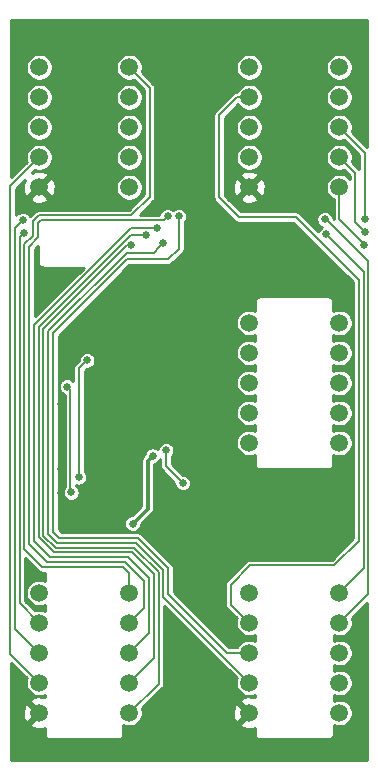
<source format=gbr>
G04 #@! TF.GenerationSoftware,KiCad,Pcbnew,5.1.2+dfsg1-1*
G04 #@! TF.CreationDate,2019-07-23T12:53:29+03:00*
G04 #@! TF.ProjectId,cps1_adapter,63707331-5f61-4646-9170-7465722e6b69,rev?*
G04 #@! TF.SameCoordinates,Original*
G04 #@! TF.FileFunction,Copper,L2,Bot*
G04 #@! TF.FilePolarity,Positive*
%FSLAX46Y46*%
G04 Gerber Fmt 4.6, Leading zero omitted, Abs format (unit mm)*
G04 Created by KiCad (PCBNEW 5.1.2+dfsg1-1) date 2019-07-23 12:53:29*
%MOMM*%
%LPD*%
G04 APERTURE LIST*
%ADD10C,1.500000*%
%ADD11C,0.660000*%
%ADD12C,0.200000*%
%ADD13C,0.400000*%
%ADD14C,0.500000*%
%ADD15C,0.300000*%
%ADD16C,0.254000*%
G04 APERTURE END LIST*
D10*
X43445000Y-35500000D03*
X51065000Y-45660000D03*
X43445000Y-38040000D03*
X51065000Y-43120000D03*
X43445000Y-40580000D03*
X51065000Y-40580000D03*
X43445000Y-43120000D03*
X51065000Y-38040000D03*
X43445000Y-45660000D03*
X51065000Y-35500000D03*
X68845000Y-57140000D03*
X61225000Y-67300000D03*
X68845000Y-59680000D03*
X61225000Y-64760000D03*
X68845000Y-62220000D03*
X61225000Y-62220000D03*
X68845000Y-64760000D03*
X61225000Y-59680000D03*
X68845000Y-67300000D03*
X61225000Y-57140000D03*
X43445000Y-80000000D03*
X51065000Y-90160000D03*
X43445000Y-82540000D03*
X51065000Y-87620000D03*
X43445000Y-85080000D03*
X51065000Y-85080000D03*
X43445000Y-87620000D03*
X51065000Y-82540000D03*
X43445000Y-90160000D03*
X51065000Y-80000000D03*
X68845000Y-80000000D03*
X61225000Y-90160000D03*
X68845000Y-82540000D03*
X61225000Y-87620000D03*
X68845000Y-85080000D03*
X61225000Y-85080000D03*
X68845000Y-87620000D03*
X61225000Y-82540000D03*
X68845000Y-90160000D03*
X61225000Y-80000000D03*
X61225000Y-35500000D03*
X68845000Y-45660000D03*
X61225000Y-38040000D03*
X68845000Y-43120000D03*
X61225000Y-40580000D03*
X68845000Y-40580000D03*
X61225000Y-43120000D03*
X68845000Y-38040000D03*
X61225000Y-45660000D03*
X68845000Y-35500000D03*
D11*
X45300000Y-69540000D03*
X45300000Y-71540000D03*
X45300000Y-64010000D03*
X45840000Y-61460000D03*
X42680000Y-78210000D03*
X55440000Y-71730000D03*
X52940000Y-74130000D03*
X59330000Y-76980000D03*
X57900000Y-81210000D03*
X58790000Y-63400000D03*
X58330000Y-60110000D03*
X53900000Y-62910000D03*
X50990000Y-62370000D03*
X52980000Y-59500000D03*
X66580000Y-76380000D03*
X66580000Y-74240000D03*
X66580000Y-72360000D03*
X66580000Y-70690000D03*
X53330000Y-55320000D03*
X54790000Y-55320000D03*
X56380000Y-55320000D03*
X57800000Y-55320000D03*
X57910000Y-82280000D03*
X58860000Y-83220000D03*
X58840000Y-81760000D03*
X56350000Y-80760000D03*
X56500000Y-84620000D03*
X55590000Y-83740000D03*
X54700000Y-82840000D03*
X54680000Y-84630000D03*
X55550000Y-85480000D03*
X56340000Y-86200000D03*
X57400000Y-87230000D03*
X57400000Y-85520000D03*
X59570000Y-75490000D03*
X59540000Y-74320000D03*
X59540000Y-72970000D03*
X59580000Y-71820000D03*
X51800000Y-55310000D03*
X50330000Y-55320000D03*
X52990000Y-57230000D03*
X43610000Y-55300000D03*
X47470000Y-58730000D03*
X45440000Y-58360000D03*
X59170000Y-55320000D03*
X69740000Y-55380000D03*
X45800000Y-62530000D03*
X46160012Y-71500026D03*
X51350000Y-74130000D03*
X53060000Y-68380000D03*
X55610000Y-70700000D03*
X54190000Y-67910000D03*
X70980001Y-50510001D03*
X70989998Y-49420000D03*
X55270000Y-48130000D03*
X70990000Y-48310002D03*
X53942497Y-50402533D03*
X67620000Y-48360000D03*
X67750000Y-49640000D03*
X51238335Y-50578335D03*
X42190000Y-49500002D03*
X52490000Y-49740000D03*
X42050000Y-48430000D03*
X53440000Y-49109998D03*
X54310000Y-48130000D03*
X46810000Y-70220000D03*
X47500000Y-60300000D03*
D12*
X45300000Y-69540000D02*
X45300000Y-71540000D01*
D13*
X45300000Y-64476690D02*
X45300000Y-69540000D01*
X45300000Y-64010000D02*
X45300000Y-64476690D01*
D12*
X45300000Y-63543310D02*
X45110000Y-63353310D01*
X45300000Y-64010000D02*
X45300000Y-63543310D01*
X45110000Y-63353310D02*
X45110000Y-62287598D01*
X45840000Y-61557598D02*
X45840000Y-61460000D01*
X45110000Y-62287598D02*
X45840000Y-61557598D01*
D13*
X55440000Y-71730000D02*
X55340000Y-71730000D01*
X55340000Y-71730000D02*
X52940000Y-74130000D01*
X59000001Y-77309999D02*
X59000001Y-78079999D01*
X59330000Y-76980000D02*
X59000001Y-77309999D01*
X59000001Y-78079999D02*
X57900000Y-79180000D01*
X57900000Y-79180000D02*
X57900000Y-81210000D01*
D14*
X58790000Y-63400000D02*
X58790000Y-60570000D01*
X58790000Y-60570000D02*
X58330000Y-60110000D01*
X53900000Y-62910000D02*
X53510000Y-62520000D01*
X53510000Y-62520000D02*
X51140000Y-62520000D01*
X51140000Y-62520000D02*
X50990000Y-62370000D01*
D13*
X52980000Y-59500000D02*
X51830000Y-59500000D01*
X50990000Y-60340000D02*
X50990000Y-62370000D01*
X51830000Y-59500000D02*
X50990000Y-60340000D01*
X52980000Y-61990000D02*
X53900000Y-62910000D01*
X52980000Y-59500000D02*
X52980000Y-61990000D01*
X59796690Y-76980000D02*
X60066690Y-76710000D01*
X59330000Y-76980000D02*
X59796690Y-76980000D01*
X60066690Y-76710000D02*
X66250000Y-76710000D01*
X66250000Y-76710000D02*
X66580000Y-76380000D01*
X66580000Y-74240000D02*
X66580000Y-72360000D01*
D14*
X53330000Y-55320000D02*
X54790000Y-55320000D01*
X56380000Y-55320000D02*
X57800000Y-55320000D01*
X57900000Y-81210000D02*
X57900000Y-82270000D01*
X57900000Y-82270000D02*
X57910000Y-82280000D01*
X58860000Y-83220000D02*
X58860000Y-81780000D01*
X58860000Y-81780000D02*
X58840000Y-81760000D01*
X56500000Y-84620000D02*
X56470000Y-84620000D01*
X56470000Y-84620000D02*
X55590000Y-83740000D01*
X54700000Y-82840000D02*
X54700000Y-84610000D01*
X54700000Y-84610000D02*
X54680000Y-84630000D01*
X55550000Y-85480000D02*
X55620000Y-85480000D01*
X55620000Y-85480000D02*
X56340000Y-86200000D01*
D15*
X59570000Y-75490000D02*
X59570000Y-74350000D01*
X59570000Y-74350000D02*
X59540000Y-74320000D01*
X59540000Y-72970000D02*
X59540000Y-71860000D01*
X59540000Y-71860000D02*
X59580000Y-71820000D01*
D14*
X51780000Y-55330000D02*
X51800000Y-55310000D01*
X50170000Y-55330000D02*
X51780000Y-55330000D01*
X49350000Y-55320000D02*
X50330000Y-55320000D01*
D15*
X52990000Y-57230000D02*
X52990000Y-59490000D01*
X52990000Y-59490000D02*
X52980000Y-59500000D01*
D14*
X48420000Y-55320000D02*
X50330000Y-55320000D01*
X46290000Y-57450000D02*
X48420000Y-55320000D01*
X46020000Y-60813310D02*
X46020000Y-57710000D01*
X45840000Y-61460000D02*
X45840000Y-60993310D01*
X45840000Y-60993310D02*
X46020000Y-60813310D01*
X46020000Y-57710000D02*
X46270000Y-57460000D01*
D15*
X45769999Y-58030001D02*
X45440000Y-58360000D01*
X45859993Y-57940007D02*
X45769999Y-58030001D01*
D12*
X47100000Y-58360000D02*
X45906690Y-58360000D01*
X45906690Y-58360000D02*
X45440000Y-58360000D01*
X47470000Y-58730000D02*
X47100000Y-58360000D01*
D14*
X59170000Y-55320000D02*
X59870000Y-54620000D01*
X59870000Y-54620000D02*
X68980000Y-54620000D01*
X68980000Y-54620000D02*
X69740000Y-55380000D01*
D12*
X46080000Y-71420014D02*
X46160012Y-71500026D01*
X45800000Y-62530000D02*
X46080000Y-62810000D01*
X46080000Y-62810000D02*
X46080000Y-71420014D01*
D15*
X52620000Y-68820000D02*
X53060000Y-68380000D01*
X51350000Y-74130000D02*
X52620000Y-72860000D01*
X52620000Y-72860000D02*
X52620000Y-68820000D01*
D12*
X55610000Y-70700000D02*
X54190000Y-69280000D01*
X54190000Y-69280000D02*
X54190000Y-67910000D01*
X68845000Y-48375000D02*
X70650002Y-50180002D01*
X70650002Y-50180002D02*
X70980001Y-50510001D01*
X68845000Y-45660000D02*
X68845000Y-48375000D01*
X58680000Y-39560000D02*
X60200000Y-38040000D01*
X58680000Y-46520000D02*
X58680000Y-39560000D01*
X60330000Y-48170000D02*
X58680000Y-46520000D01*
X60200000Y-38040000D02*
X61225000Y-38040000D01*
X70500000Y-53500000D02*
X65170000Y-48170000D01*
X59690000Y-81005000D02*
X59690000Y-79300000D01*
X61330000Y-77660000D02*
X68430000Y-77660000D01*
X70500000Y-75590000D02*
X70500000Y-53500000D01*
X61225000Y-82540000D02*
X59690000Y-81005000D01*
X65170000Y-48170000D02*
X60330000Y-48170000D01*
X59690000Y-79300000D02*
X61330000Y-77660000D01*
X68430000Y-77660000D02*
X70500000Y-75590000D01*
X70200000Y-48630002D02*
X70659999Y-49090001D01*
X70659999Y-49090001D02*
X70989998Y-49420000D01*
X68845000Y-43120000D02*
X70200000Y-44475000D01*
X70200000Y-44475000D02*
X70200000Y-48630002D01*
X44609941Y-58012859D02*
X50862800Y-51760000D01*
X55270000Y-48596690D02*
X55270000Y-48130000D01*
X44609941Y-74812841D02*
X44609941Y-58012859D01*
X45157089Y-75359989D02*
X44609941Y-74812841D01*
X50862800Y-51760000D02*
X54360000Y-51760000D01*
X54360011Y-80130011D02*
X54360011Y-77932914D01*
X61225000Y-85080000D02*
X59310000Y-85080000D01*
X55270000Y-50850000D02*
X55270000Y-48596690D01*
X59310000Y-85080000D02*
X54360011Y-80130011D01*
X51787086Y-75359989D02*
X45157089Y-75359989D01*
X54360011Y-77932914D02*
X51787086Y-75359989D01*
X54360000Y-51760000D02*
X55270000Y-50850000D01*
X68845000Y-40580000D02*
X70990000Y-42725000D01*
X70990000Y-42725000D02*
X70990000Y-47843312D01*
X70990000Y-47843312D02*
X70990000Y-48310002D01*
X44991400Y-75760000D02*
X44209930Y-74978530D01*
X44209930Y-74978530D02*
X44209930Y-57847170D01*
X44209930Y-57847170D02*
X50848763Y-51208337D01*
X50848763Y-51208337D02*
X53136693Y-51208337D01*
X53960000Y-78098603D02*
X51621397Y-75760000D01*
X53960000Y-80355000D02*
X53960000Y-78098603D01*
X53612498Y-50732532D02*
X53942497Y-50402533D01*
X61225000Y-87620000D02*
X53960000Y-80355000D01*
X51621397Y-75760000D02*
X44991400Y-75760000D01*
X53136693Y-51208337D02*
X53612498Y-50732532D01*
X69100000Y-38040000D02*
X68845000Y-38040000D01*
X67740000Y-48360000D02*
X67620000Y-48360000D01*
X71314990Y-51934990D02*
X67740000Y-48360000D01*
X68845000Y-82540000D02*
X71314990Y-80070010D01*
X71314990Y-80070010D02*
X71314990Y-51934990D01*
X70910000Y-52800000D02*
X68079999Y-49969999D01*
X68079999Y-49969999D02*
X67750000Y-49640000D01*
X68845000Y-80000000D02*
X70910000Y-77935000D01*
X70910000Y-77935000D02*
X70910000Y-52800000D01*
X53550011Y-85700689D02*
X53550011Y-78254314D01*
X53550010Y-87674990D02*
X53550011Y-85700689D01*
X43809919Y-57681481D02*
X50913065Y-50578335D01*
X53550011Y-78254314D02*
X51475686Y-76179989D01*
X51475686Y-76179989D02*
X44845689Y-76179989D01*
X50913065Y-50578335D02*
X51238335Y-50578335D01*
X44845689Y-76179989D02*
X43809919Y-75144219D01*
X43809919Y-75144219D02*
X43809919Y-57681481D01*
X51065000Y-90160000D02*
X53550010Y-87674990D01*
X43445000Y-82540000D02*
X41800000Y-80895000D01*
X41800000Y-80895000D02*
X41800000Y-49890002D01*
X41800000Y-49890002D02*
X41860001Y-49830001D01*
X41860001Y-49830001D02*
X42190000Y-49500002D01*
X43409908Y-57515792D02*
X51185700Y-49740000D01*
X52023310Y-49740000D02*
X52490000Y-49740000D01*
X43409908Y-75309908D02*
X43409908Y-57515792D01*
X44680000Y-76580000D02*
X43409908Y-75309908D01*
X51309997Y-76580000D02*
X44680000Y-76580000D01*
X53150000Y-78420003D02*
X51309997Y-76580000D01*
X53150000Y-85535000D02*
X53150000Y-78420003D01*
X51185700Y-49740000D02*
X52023310Y-49740000D01*
X51065000Y-87620000D02*
X53150000Y-85535000D01*
X41391021Y-49088979D02*
X41720001Y-48759999D01*
X41720001Y-48759999D02*
X42050000Y-48430000D01*
X41391021Y-83026021D02*
X41391021Y-49088979D01*
X43445000Y-85080000D02*
X41391021Y-83026021D01*
X52973310Y-49109998D02*
X53440000Y-49109998D01*
X51250002Y-49109998D02*
X52973310Y-49109998D01*
X43000000Y-75590000D02*
X43000000Y-57360000D01*
X52740000Y-83405000D02*
X52740000Y-78750000D01*
X51065000Y-85080000D02*
X52740000Y-83405000D01*
X52740000Y-78750000D02*
X50980000Y-76990000D01*
X44400000Y-76990000D02*
X43000000Y-75590000D01*
X43000000Y-57360000D02*
X51250002Y-49109998D01*
X50980000Y-76990000D02*
X44400000Y-76990000D01*
X42695001Y-43869999D02*
X43445000Y-43120000D01*
X43445000Y-87620000D02*
X40991010Y-85166010D01*
X40991010Y-45573990D02*
X42695001Y-43869999D01*
X40991010Y-85166010D02*
X40991010Y-45573990D01*
X53980001Y-48459999D02*
X54310000Y-48130000D01*
X43630001Y-48459999D02*
X53980001Y-48459999D01*
X43370000Y-48720000D02*
X43630001Y-48459999D01*
X42600000Y-50680000D02*
X43370000Y-49910000D01*
X52330000Y-81275000D02*
X52330000Y-78990000D01*
X51065000Y-82540000D02*
X52330000Y-81275000D01*
X52330000Y-78990000D02*
X50730000Y-77390000D01*
X43370000Y-49910000D02*
X43370000Y-48720000D01*
X44140000Y-77390000D02*
X42600000Y-75850000D01*
X50730000Y-77390000D02*
X44140000Y-77390000D01*
X42600000Y-75850000D02*
X42600000Y-50680000D01*
X52800000Y-46450000D02*
X52800000Y-37235000D01*
X51220000Y-48030000D02*
X52800000Y-46450000D01*
X42910000Y-48550000D02*
X43430000Y-48030000D01*
X43430000Y-48030000D02*
X51220000Y-48030000D01*
X42910000Y-49781202D02*
X42910000Y-48550000D01*
X51065000Y-78355000D02*
X50520000Y-77810000D01*
X42200000Y-76320000D02*
X42200000Y-50491202D01*
X42200000Y-50491202D02*
X42910000Y-49781202D01*
X52800000Y-37235000D02*
X51065000Y-35500000D01*
X51065000Y-80000000D02*
X51065000Y-78355000D01*
X50520000Y-77810000D02*
X43690000Y-77810000D01*
X43690000Y-77810000D02*
X42200000Y-76320000D01*
X46810000Y-70220000D02*
X46810000Y-60990000D01*
X46810000Y-60990000D02*
X47500000Y-60300000D01*
D16*
G36*
X71234001Y-94144000D02*
G01*
X41072000Y-94144000D01*
X41072000Y-90232492D01*
X42055188Y-90232492D01*
X42096035Y-90502238D01*
X42188723Y-90758832D01*
X42249140Y-90871863D01*
X42488007Y-90937388D01*
X43265395Y-90160000D01*
X42488007Y-89382612D01*
X42249140Y-89448137D01*
X42133240Y-89695116D01*
X42067750Y-89959960D01*
X42055188Y-90232492D01*
X41072000Y-90232492D01*
X41072000Y-85927236D01*
X42380134Y-87235370D01*
X42357464Y-87290100D01*
X42314000Y-87508606D01*
X42314000Y-87731394D01*
X42357464Y-87949900D01*
X42442721Y-88155729D01*
X42566495Y-88340970D01*
X42724030Y-88498505D01*
X42909271Y-88622279D01*
X43115100Y-88707536D01*
X43333606Y-88751000D01*
X43556394Y-88751000D01*
X43774900Y-88707536D01*
X43929000Y-88643706D01*
X43929000Y-88857211D01*
X43909884Y-88848240D01*
X43645040Y-88782750D01*
X43372508Y-88770188D01*
X43102762Y-88811035D01*
X42846168Y-88903723D01*
X42733137Y-88964140D01*
X42667612Y-89203007D01*
X43445000Y-89980395D01*
X43459143Y-89966253D01*
X43638748Y-90145858D01*
X43624605Y-90160000D01*
X43638748Y-90174143D01*
X43459143Y-90353748D01*
X43445000Y-90339605D01*
X42667612Y-91116993D01*
X42733137Y-91355860D01*
X42980116Y-91471760D01*
X43244960Y-91537250D01*
X43517492Y-91549812D01*
X43787238Y-91508965D01*
X43929000Y-91457757D01*
X43929000Y-91958832D01*
X43926915Y-91980000D01*
X43935237Y-92064491D01*
X43959882Y-92145734D01*
X43999903Y-92220609D01*
X44053763Y-92286237D01*
X44119391Y-92340097D01*
X44194266Y-92380118D01*
X44275509Y-92404763D01*
X44360000Y-92413085D01*
X44381168Y-92411000D01*
X50128832Y-92411000D01*
X50150000Y-92413085D01*
X50171168Y-92411000D01*
X50234491Y-92404763D01*
X50315734Y-92380118D01*
X50390609Y-92340097D01*
X50456237Y-92286237D01*
X50510097Y-92220609D01*
X50550118Y-92145734D01*
X50574763Y-92064491D01*
X50583085Y-91980000D01*
X50581000Y-91958832D01*
X50581000Y-91183706D01*
X50735100Y-91247536D01*
X50953606Y-91291000D01*
X51176394Y-91291000D01*
X51394900Y-91247536D01*
X51600729Y-91162279D01*
X51785970Y-91038505D01*
X51943505Y-90880970D01*
X52067279Y-90695729D01*
X52152536Y-90489900D01*
X52196000Y-90271394D01*
X52196000Y-90232492D01*
X59835188Y-90232492D01*
X59876035Y-90502238D01*
X59968723Y-90758832D01*
X60029140Y-90871863D01*
X60268007Y-90937388D01*
X61045395Y-90160000D01*
X60268007Y-89382612D01*
X60029140Y-89448137D01*
X59913240Y-89695116D01*
X59847750Y-89959960D01*
X59835188Y-90232492D01*
X52196000Y-90232492D01*
X52196000Y-90048606D01*
X52152536Y-89830100D01*
X52129866Y-89775370D01*
X53873426Y-88031811D01*
X53891773Y-88016754D01*
X53906830Y-87998407D01*
X53906834Y-87998403D01*
X53951881Y-87943513D01*
X53996545Y-87859952D01*
X54024050Y-87769283D01*
X54033337Y-87674990D01*
X54031009Y-87651354D01*
X54031011Y-85677064D01*
X54031011Y-81106247D01*
X60160134Y-87235370D01*
X60137464Y-87290100D01*
X60094000Y-87508606D01*
X60094000Y-87731394D01*
X60137464Y-87949900D01*
X60222721Y-88155729D01*
X60346495Y-88340970D01*
X60504030Y-88498505D01*
X60689271Y-88622279D01*
X60895100Y-88707536D01*
X61113606Y-88751000D01*
X61336394Y-88751000D01*
X61554900Y-88707536D01*
X61709000Y-88643706D01*
X61709000Y-88857211D01*
X61689884Y-88848240D01*
X61425040Y-88782750D01*
X61152508Y-88770188D01*
X60882762Y-88811035D01*
X60626168Y-88903723D01*
X60513137Y-88964140D01*
X60447612Y-89203007D01*
X61225000Y-89980395D01*
X61239143Y-89966253D01*
X61418748Y-90145858D01*
X61404605Y-90160000D01*
X61418748Y-90174143D01*
X61239143Y-90353748D01*
X61225000Y-90339605D01*
X60447612Y-91116993D01*
X60513137Y-91355860D01*
X60760116Y-91471760D01*
X61024960Y-91537250D01*
X61297492Y-91549812D01*
X61567238Y-91508965D01*
X61709000Y-91457757D01*
X61709000Y-91958832D01*
X61706915Y-91980000D01*
X61715237Y-92064491D01*
X61739882Y-92145734D01*
X61779903Y-92220609D01*
X61833763Y-92286237D01*
X61899391Y-92340097D01*
X61974266Y-92380118D01*
X62055509Y-92404763D01*
X62140000Y-92413085D01*
X62161168Y-92411000D01*
X67918832Y-92411000D01*
X67940000Y-92413085D01*
X67961168Y-92411000D01*
X68024491Y-92404763D01*
X68105734Y-92380118D01*
X68180609Y-92340097D01*
X68246237Y-92286237D01*
X68300097Y-92220609D01*
X68340118Y-92145734D01*
X68364763Y-92064491D01*
X68373085Y-91980000D01*
X68371000Y-91958832D01*
X68371000Y-91187848D01*
X68515100Y-91247536D01*
X68733606Y-91291000D01*
X68956394Y-91291000D01*
X69174900Y-91247536D01*
X69380729Y-91162279D01*
X69565970Y-91038505D01*
X69723505Y-90880970D01*
X69847279Y-90695729D01*
X69932536Y-90489900D01*
X69976000Y-90271394D01*
X69976000Y-90048606D01*
X69932536Y-89830100D01*
X69847279Y-89624271D01*
X69723505Y-89439030D01*
X69565970Y-89281495D01*
X69380729Y-89157721D01*
X69174900Y-89072464D01*
X68956394Y-89029000D01*
X68733606Y-89029000D01*
X68515100Y-89072464D01*
X68371000Y-89132152D01*
X68371000Y-88647848D01*
X68515100Y-88707536D01*
X68733606Y-88751000D01*
X68956394Y-88751000D01*
X69174900Y-88707536D01*
X69380729Y-88622279D01*
X69565970Y-88498505D01*
X69723505Y-88340970D01*
X69847279Y-88155729D01*
X69932536Y-87949900D01*
X69976000Y-87731394D01*
X69976000Y-87508606D01*
X69932536Y-87290100D01*
X69847279Y-87084271D01*
X69723505Y-86899030D01*
X69565970Y-86741495D01*
X69380729Y-86617721D01*
X69174900Y-86532464D01*
X68956394Y-86489000D01*
X68733606Y-86489000D01*
X68515100Y-86532464D01*
X68371000Y-86592152D01*
X68371000Y-86107848D01*
X68515100Y-86167536D01*
X68733606Y-86211000D01*
X68956394Y-86211000D01*
X69174900Y-86167536D01*
X69380729Y-86082279D01*
X69565970Y-85958505D01*
X69723505Y-85800970D01*
X69847279Y-85615729D01*
X69932536Y-85409900D01*
X69976000Y-85191394D01*
X69976000Y-84968606D01*
X69932536Y-84750100D01*
X69847279Y-84544271D01*
X69723505Y-84359030D01*
X69565970Y-84201495D01*
X69380729Y-84077721D01*
X69174900Y-83992464D01*
X68956394Y-83949000D01*
X68733606Y-83949000D01*
X68515100Y-83992464D01*
X68371000Y-84052152D01*
X68371000Y-83567848D01*
X68515100Y-83627536D01*
X68733606Y-83671000D01*
X68956394Y-83671000D01*
X69174900Y-83627536D01*
X69380729Y-83542279D01*
X69565970Y-83418505D01*
X69723505Y-83260970D01*
X69847279Y-83075729D01*
X69932536Y-82869900D01*
X69976000Y-82651394D01*
X69976000Y-82428606D01*
X69932536Y-82210100D01*
X69909866Y-82155370D01*
X71234001Y-80831236D01*
X71234001Y-94144000D01*
X71234001Y-94144000D01*
G37*
X71234001Y-94144000D02*
X41072000Y-94144000D01*
X41072000Y-90232492D01*
X42055188Y-90232492D01*
X42096035Y-90502238D01*
X42188723Y-90758832D01*
X42249140Y-90871863D01*
X42488007Y-90937388D01*
X43265395Y-90160000D01*
X42488007Y-89382612D01*
X42249140Y-89448137D01*
X42133240Y-89695116D01*
X42067750Y-89959960D01*
X42055188Y-90232492D01*
X41072000Y-90232492D01*
X41072000Y-85927236D01*
X42380134Y-87235370D01*
X42357464Y-87290100D01*
X42314000Y-87508606D01*
X42314000Y-87731394D01*
X42357464Y-87949900D01*
X42442721Y-88155729D01*
X42566495Y-88340970D01*
X42724030Y-88498505D01*
X42909271Y-88622279D01*
X43115100Y-88707536D01*
X43333606Y-88751000D01*
X43556394Y-88751000D01*
X43774900Y-88707536D01*
X43929000Y-88643706D01*
X43929000Y-88857211D01*
X43909884Y-88848240D01*
X43645040Y-88782750D01*
X43372508Y-88770188D01*
X43102762Y-88811035D01*
X42846168Y-88903723D01*
X42733137Y-88964140D01*
X42667612Y-89203007D01*
X43445000Y-89980395D01*
X43459143Y-89966253D01*
X43638748Y-90145858D01*
X43624605Y-90160000D01*
X43638748Y-90174143D01*
X43459143Y-90353748D01*
X43445000Y-90339605D01*
X42667612Y-91116993D01*
X42733137Y-91355860D01*
X42980116Y-91471760D01*
X43244960Y-91537250D01*
X43517492Y-91549812D01*
X43787238Y-91508965D01*
X43929000Y-91457757D01*
X43929000Y-91958832D01*
X43926915Y-91980000D01*
X43935237Y-92064491D01*
X43959882Y-92145734D01*
X43999903Y-92220609D01*
X44053763Y-92286237D01*
X44119391Y-92340097D01*
X44194266Y-92380118D01*
X44275509Y-92404763D01*
X44360000Y-92413085D01*
X44381168Y-92411000D01*
X50128832Y-92411000D01*
X50150000Y-92413085D01*
X50171168Y-92411000D01*
X50234491Y-92404763D01*
X50315734Y-92380118D01*
X50390609Y-92340097D01*
X50456237Y-92286237D01*
X50510097Y-92220609D01*
X50550118Y-92145734D01*
X50574763Y-92064491D01*
X50583085Y-91980000D01*
X50581000Y-91958832D01*
X50581000Y-91183706D01*
X50735100Y-91247536D01*
X50953606Y-91291000D01*
X51176394Y-91291000D01*
X51394900Y-91247536D01*
X51600729Y-91162279D01*
X51785970Y-91038505D01*
X51943505Y-90880970D01*
X52067279Y-90695729D01*
X52152536Y-90489900D01*
X52196000Y-90271394D01*
X52196000Y-90232492D01*
X59835188Y-90232492D01*
X59876035Y-90502238D01*
X59968723Y-90758832D01*
X60029140Y-90871863D01*
X60268007Y-90937388D01*
X61045395Y-90160000D01*
X60268007Y-89382612D01*
X60029140Y-89448137D01*
X59913240Y-89695116D01*
X59847750Y-89959960D01*
X59835188Y-90232492D01*
X52196000Y-90232492D01*
X52196000Y-90048606D01*
X52152536Y-89830100D01*
X52129866Y-89775370D01*
X53873426Y-88031811D01*
X53891773Y-88016754D01*
X53906830Y-87998407D01*
X53906834Y-87998403D01*
X53951881Y-87943513D01*
X53996545Y-87859952D01*
X54024050Y-87769283D01*
X54033337Y-87674990D01*
X54031009Y-87651354D01*
X54031011Y-85677064D01*
X54031011Y-81106247D01*
X60160134Y-87235370D01*
X60137464Y-87290100D01*
X60094000Y-87508606D01*
X60094000Y-87731394D01*
X60137464Y-87949900D01*
X60222721Y-88155729D01*
X60346495Y-88340970D01*
X60504030Y-88498505D01*
X60689271Y-88622279D01*
X60895100Y-88707536D01*
X61113606Y-88751000D01*
X61336394Y-88751000D01*
X61554900Y-88707536D01*
X61709000Y-88643706D01*
X61709000Y-88857211D01*
X61689884Y-88848240D01*
X61425040Y-88782750D01*
X61152508Y-88770188D01*
X60882762Y-88811035D01*
X60626168Y-88903723D01*
X60513137Y-88964140D01*
X60447612Y-89203007D01*
X61225000Y-89980395D01*
X61239143Y-89966253D01*
X61418748Y-90145858D01*
X61404605Y-90160000D01*
X61418748Y-90174143D01*
X61239143Y-90353748D01*
X61225000Y-90339605D01*
X60447612Y-91116993D01*
X60513137Y-91355860D01*
X60760116Y-91471760D01*
X61024960Y-91537250D01*
X61297492Y-91549812D01*
X61567238Y-91508965D01*
X61709000Y-91457757D01*
X61709000Y-91958832D01*
X61706915Y-91980000D01*
X61715237Y-92064491D01*
X61739882Y-92145734D01*
X61779903Y-92220609D01*
X61833763Y-92286237D01*
X61899391Y-92340097D01*
X61974266Y-92380118D01*
X62055509Y-92404763D01*
X62140000Y-92413085D01*
X62161168Y-92411000D01*
X67918832Y-92411000D01*
X67940000Y-92413085D01*
X67961168Y-92411000D01*
X68024491Y-92404763D01*
X68105734Y-92380118D01*
X68180609Y-92340097D01*
X68246237Y-92286237D01*
X68300097Y-92220609D01*
X68340118Y-92145734D01*
X68364763Y-92064491D01*
X68373085Y-91980000D01*
X68371000Y-91958832D01*
X68371000Y-91187848D01*
X68515100Y-91247536D01*
X68733606Y-91291000D01*
X68956394Y-91291000D01*
X69174900Y-91247536D01*
X69380729Y-91162279D01*
X69565970Y-91038505D01*
X69723505Y-90880970D01*
X69847279Y-90695729D01*
X69932536Y-90489900D01*
X69976000Y-90271394D01*
X69976000Y-90048606D01*
X69932536Y-89830100D01*
X69847279Y-89624271D01*
X69723505Y-89439030D01*
X69565970Y-89281495D01*
X69380729Y-89157721D01*
X69174900Y-89072464D01*
X68956394Y-89029000D01*
X68733606Y-89029000D01*
X68515100Y-89072464D01*
X68371000Y-89132152D01*
X68371000Y-88647848D01*
X68515100Y-88707536D01*
X68733606Y-88751000D01*
X68956394Y-88751000D01*
X69174900Y-88707536D01*
X69380729Y-88622279D01*
X69565970Y-88498505D01*
X69723505Y-88340970D01*
X69847279Y-88155729D01*
X69932536Y-87949900D01*
X69976000Y-87731394D01*
X69976000Y-87508606D01*
X69932536Y-87290100D01*
X69847279Y-87084271D01*
X69723505Y-86899030D01*
X69565970Y-86741495D01*
X69380729Y-86617721D01*
X69174900Y-86532464D01*
X68956394Y-86489000D01*
X68733606Y-86489000D01*
X68515100Y-86532464D01*
X68371000Y-86592152D01*
X68371000Y-86107848D01*
X68515100Y-86167536D01*
X68733606Y-86211000D01*
X68956394Y-86211000D01*
X69174900Y-86167536D01*
X69380729Y-86082279D01*
X69565970Y-85958505D01*
X69723505Y-85800970D01*
X69847279Y-85615729D01*
X69932536Y-85409900D01*
X69976000Y-85191394D01*
X69976000Y-84968606D01*
X69932536Y-84750100D01*
X69847279Y-84544271D01*
X69723505Y-84359030D01*
X69565970Y-84201495D01*
X69380729Y-84077721D01*
X69174900Y-83992464D01*
X68956394Y-83949000D01*
X68733606Y-83949000D01*
X68515100Y-83992464D01*
X68371000Y-84052152D01*
X68371000Y-83567848D01*
X68515100Y-83627536D01*
X68733606Y-83671000D01*
X68956394Y-83671000D01*
X69174900Y-83627536D01*
X69380729Y-83542279D01*
X69565970Y-83418505D01*
X69723505Y-83260970D01*
X69847279Y-83075729D01*
X69932536Y-82869900D01*
X69976000Y-82651394D01*
X69976000Y-82428606D01*
X69932536Y-82210100D01*
X69909866Y-82155370D01*
X71234001Y-80831236D01*
X71234001Y-94144000D01*
G36*
X71234000Y-42288763D02*
G01*
X69909866Y-40964630D01*
X69932536Y-40909900D01*
X69976000Y-40691394D01*
X69976000Y-40468606D01*
X69932536Y-40250100D01*
X69847279Y-40044271D01*
X69723505Y-39859030D01*
X69565970Y-39701495D01*
X69380729Y-39577721D01*
X69174900Y-39492464D01*
X68956394Y-39449000D01*
X68733606Y-39449000D01*
X68515100Y-39492464D01*
X68309271Y-39577721D01*
X68124030Y-39701495D01*
X67966495Y-39859030D01*
X67842721Y-40044271D01*
X67757464Y-40250100D01*
X67714000Y-40468606D01*
X67714000Y-40691394D01*
X67757464Y-40909900D01*
X67842721Y-41115729D01*
X67966495Y-41300970D01*
X68124030Y-41458505D01*
X68309271Y-41582279D01*
X68515100Y-41667536D01*
X68733606Y-41711000D01*
X68956394Y-41711000D01*
X69174900Y-41667536D01*
X69229630Y-41644866D01*
X70509000Y-42924237D01*
X70509000Y-44103763D01*
X69909866Y-43504630D01*
X69932536Y-43449900D01*
X69976000Y-43231394D01*
X69976000Y-43008606D01*
X69932536Y-42790100D01*
X69847279Y-42584271D01*
X69723505Y-42399030D01*
X69565970Y-42241495D01*
X69380729Y-42117721D01*
X69174900Y-42032464D01*
X68956394Y-41989000D01*
X68733606Y-41989000D01*
X68515100Y-42032464D01*
X68309271Y-42117721D01*
X68124030Y-42241495D01*
X67966495Y-42399030D01*
X67842721Y-42584271D01*
X67757464Y-42790100D01*
X67714000Y-43008606D01*
X67714000Y-43231394D01*
X67757464Y-43449900D01*
X67842721Y-43655729D01*
X67966495Y-43840970D01*
X68124030Y-43998505D01*
X68309271Y-44122279D01*
X68515100Y-44207536D01*
X68733606Y-44251000D01*
X68956394Y-44251000D01*
X69174900Y-44207536D01*
X69229630Y-44184866D01*
X69719000Y-44674237D01*
X69719000Y-44934525D01*
X69565970Y-44781495D01*
X69380729Y-44657721D01*
X69174900Y-44572464D01*
X68956394Y-44529000D01*
X68733606Y-44529000D01*
X68515100Y-44572464D01*
X68309271Y-44657721D01*
X68124030Y-44781495D01*
X67966495Y-44939030D01*
X67842721Y-45124271D01*
X67757464Y-45330100D01*
X67714000Y-45548606D01*
X67714000Y-45771394D01*
X67757464Y-45989900D01*
X67842721Y-46195729D01*
X67966495Y-46380970D01*
X68124030Y-46538505D01*
X68309271Y-46662279D01*
X68364000Y-46684949D01*
X68364001Y-48303765D01*
X68326230Y-48265994D01*
X68303676Y-48152609D01*
X68250080Y-48023215D01*
X68172270Y-47906764D01*
X68073236Y-47807730D01*
X67956785Y-47729920D01*
X67827391Y-47676324D01*
X67690027Y-47649000D01*
X67549973Y-47649000D01*
X67412609Y-47676324D01*
X67283215Y-47729920D01*
X67166764Y-47807730D01*
X67067730Y-47906764D01*
X66989920Y-48023215D01*
X66936324Y-48152609D01*
X66909000Y-48289973D01*
X66909000Y-48430027D01*
X66936324Y-48567391D01*
X66989920Y-48696785D01*
X67067730Y-48813236D01*
X67166764Y-48912270D01*
X67283215Y-48990080D01*
X67381796Y-49030913D01*
X67296764Y-49087730D01*
X67197730Y-49186764D01*
X67119920Y-49303215D01*
X67079950Y-49399713D01*
X65526830Y-47846594D01*
X65511764Y-47828236D01*
X65438522Y-47768128D01*
X65354961Y-47723464D01*
X65264292Y-47695960D01*
X65193626Y-47689000D01*
X65170000Y-47686673D01*
X65146374Y-47689000D01*
X60529237Y-47689000D01*
X59457230Y-46616993D01*
X60447612Y-46616993D01*
X60513137Y-46855860D01*
X60760116Y-46971760D01*
X61024960Y-47037250D01*
X61297492Y-47049812D01*
X61567238Y-47008965D01*
X61823832Y-46916277D01*
X61936863Y-46855860D01*
X62002388Y-46616993D01*
X61225000Y-45839605D01*
X60447612Y-46616993D01*
X59457230Y-46616993D01*
X59161000Y-46320764D01*
X59161000Y-45732492D01*
X59835188Y-45732492D01*
X59876035Y-46002238D01*
X59968723Y-46258832D01*
X60029140Y-46371863D01*
X60268007Y-46437388D01*
X61045395Y-45660000D01*
X61404605Y-45660000D01*
X62181993Y-46437388D01*
X62420860Y-46371863D01*
X62536760Y-46124884D01*
X62602250Y-45860040D01*
X62614812Y-45587508D01*
X62573965Y-45317762D01*
X62481277Y-45061168D01*
X62420860Y-44948137D01*
X62181993Y-44882612D01*
X61404605Y-45660000D01*
X61045395Y-45660000D01*
X60268007Y-44882612D01*
X60029140Y-44948137D01*
X59913240Y-45195116D01*
X59847750Y-45459960D01*
X59835188Y-45732492D01*
X59161000Y-45732492D01*
X59161000Y-44703007D01*
X60447612Y-44703007D01*
X61225000Y-45480395D01*
X62002388Y-44703007D01*
X61936863Y-44464140D01*
X61689884Y-44348240D01*
X61425040Y-44282750D01*
X61152508Y-44270188D01*
X60882762Y-44311035D01*
X60626168Y-44403723D01*
X60513137Y-44464140D01*
X60447612Y-44703007D01*
X59161000Y-44703007D01*
X59161000Y-43008606D01*
X60094000Y-43008606D01*
X60094000Y-43231394D01*
X60137464Y-43449900D01*
X60222721Y-43655729D01*
X60346495Y-43840970D01*
X60504030Y-43998505D01*
X60689271Y-44122279D01*
X60895100Y-44207536D01*
X61113606Y-44251000D01*
X61336394Y-44251000D01*
X61554900Y-44207536D01*
X61760729Y-44122279D01*
X61945970Y-43998505D01*
X62103505Y-43840970D01*
X62227279Y-43655729D01*
X62312536Y-43449900D01*
X62356000Y-43231394D01*
X62356000Y-43008606D01*
X62312536Y-42790100D01*
X62227279Y-42584271D01*
X62103505Y-42399030D01*
X61945970Y-42241495D01*
X61760729Y-42117721D01*
X61554900Y-42032464D01*
X61336394Y-41989000D01*
X61113606Y-41989000D01*
X60895100Y-42032464D01*
X60689271Y-42117721D01*
X60504030Y-42241495D01*
X60346495Y-42399030D01*
X60222721Y-42584271D01*
X60137464Y-42790100D01*
X60094000Y-43008606D01*
X59161000Y-43008606D01*
X59161000Y-40468606D01*
X60094000Y-40468606D01*
X60094000Y-40691394D01*
X60137464Y-40909900D01*
X60222721Y-41115729D01*
X60346495Y-41300970D01*
X60504030Y-41458505D01*
X60689271Y-41582279D01*
X60895100Y-41667536D01*
X61113606Y-41711000D01*
X61336394Y-41711000D01*
X61554900Y-41667536D01*
X61760729Y-41582279D01*
X61945970Y-41458505D01*
X62103505Y-41300970D01*
X62227279Y-41115729D01*
X62312536Y-40909900D01*
X62356000Y-40691394D01*
X62356000Y-40468606D01*
X62312536Y-40250100D01*
X62227279Y-40044271D01*
X62103505Y-39859030D01*
X61945970Y-39701495D01*
X61760729Y-39577721D01*
X61554900Y-39492464D01*
X61336394Y-39449000D01*
X61113606Y-39449000D01*
X60895100Y-39492464D01*
X60689271Y-39577721D01*
X60504030Y-39701495D01*
X60346495Y-39859030D01*
X60222721Y-40044271D01*
X60137464Y-40250100D01*
X60094000Y-40468606D01*
X59161000Y-40468606D01*
X59161000Y-39759236D01*
X60271502Y-38648734D01*
X60346495Y-38760970D01*
X60504030Y-38918505D01*
X60689271Y-39042279D01*
X60895100Y-39127536D01*
X61113606Y-39171000D01*
X61336394Y-39171000D01*
X61554900Y-39127536D01*
X61760729Y-39042279D01*
X61945970Y-38918505D01*
X62103505Y-38760970D01*
X62227279Y-38575729D01*
X62312536Y-38369900D01*
X62356000Y-38151394D01*
X62356000Y-37928606D01*
X67714000Y-37928606D01*
X67714000Y-38151394D01*
X67757464Y-38369900D01*
X67842721Y-38575729D01*
X67966495Y-38760970D01*
X68124030Y-38918505D01*
X68309271Y-39042279D01*
X68515100Y-39127536D01*
X68733606Y-39171000D01*
X68956394Y-39171000D01*
X69174900Y-39127536D01*
X69380729Y-39042279D01*
X69565970Y-38918505D01*
X69723505Y-38760970D01*
X69847279Y-38575729D01*
X69932536Y-38369900D01*
X69976000Y-38151394D01*
X69976000Y-37928606D01*
X69932536Y-37710100D01*
X69847279Y-37504271D01*
X69723505Y-37319030D01*
X69565970Y-37161495D01*
X69380729Y-37037721D01*
X69174900Y-36952464D01*
X68956394Y-36909000D01*
X68733606Y-36909000D01*
X68515100Y-36952464D01*
X68309271Y-37037721D01*
X68124030Y-37161495D01*
X67966495Y-37319030D01*
X67842721Y-37504271D01*
X67757464Y-37710100D01*
X67714000Y-37928606D01*
X62356000Y-37928606D01*
X62312536Y-37710100D01*
X62227279Y-37504271D01*
X62103505Y-37319030D01*
X61945970Y-37161495D01*
X61760729Y-37037721D01*
X61554900Y-36952464D01*
X61336394Y-36909000D01*
X61113606Y-36909000D01*
X60895100Y-36952464D01*
X60689271Y-37037721D01*
X60504030Y-37161495D01*
X60346495Y-37319030D01*
X60222721Y-37504271D01*
X60200976Y-37556769D01*
X60200000Y-37556673D01*
X60105707Y-37565960D01*
X60015038Y-37593464D01*
X59970374Y-37617338D01*
X59931478Y-37638128D01*
X59858236Y-37698236D01*
X59843170Y-37716594D01*
X58356589Y-39203175D01*
X58338237Y-39218236D01*
X58323176Y-39236588D01*
X58278129Y-39291478D01*
X58233465Y-39375039D01*
X58205960Y-39465708D01*
X58196673Y-39560000D01*
X58199001Y-39583636D01*
X58199000Y-46496374D01*
X58196673Y-46520000D01*
X58205960Y-46614292D01*
X58212230Y-46634960D01*
X58233464Y-46704960D01*
X58278128Y-46788522D01*
X58338236Y-46861764D01*
X58356594Y-46876830D01*
X59973175Y-48493412D01*
X59988236Y-48511764D01*
X60061478Y-48571872D01*
X60145039Y-48616536D01*
X60235708Y-48644040D01*
X60306374Y-48651000D01*
X60306375Y-48651000D01*
X60329999Y-48653327D01*
X60353623Y-48651000D01*
X64970764Y-48651000D01*
X70019001Y-53699238D01*
X70019000Y-75390763D01*
X68230764Y-77179000D01*
X61353623Y-77179000D01*
X61329999Y-77176673D01*
X61306375Y-77179000D01*
X61306374Y-77179000D01*
X61235708Y-77185960D01*
X61145039Y-77213464D01*
X61061478Y-77258128D01*
X60988236Y-77318236D01*
X60973175Y-77336588D01*
X59366589Y-78943175D01*
X59348237Y-78958236D01*
X59333176Y-78976588D01*
X59288129Y-79031478D01*
X59243465Y-79115039D01*
X59215960Y-79205708D01*
X59206673Y-79300000D01*
X59209001Y-79323636D01*
X59209000Y-80981373D01*
X59206673Y-81005000D01*
X59209000Y-81028625D01*
X59215960Y-81099291D01*
X59243464Y-81189960D01*
X59288128Y-81273522D01*
X59348236Y-81346764D01*
X59366594Y-81361830D01*
X60160134Y-82155370D01*
X60137464Y-82210100D01*
X60094000Y-82428606D01*
X60094000Y-82651394D01*
X60137464Y-82869900D01*
X60222721Y-83075729D01*
X60346495Y-83260970D01*
X60504030Y-83418505D01*
X60689271Y-83542279D01*
X60895100Y-83627536D01*
X61113606Y-83671000D01*
X61336394Y-83671000D01*
X61554900Y-83627536D01*
X61709001Y-83563706D01*
X61709001Y-84056294D01*
X61554900Y-83992464D01*
X61336394Y-83949000D01*
X61113606Y-83949000D01*
X60895100Y-83992464D01*
X60689271Y-84077721D01*
X60504030Y-84201495D01*
X60346495Y-84359030D01*
X60222721Y-84544271D01*
X60200052Y-84599000D01*
X59509236Y-84599000D01*
X54841011Y-79930775D01*
X54841011Y-77956529D01*
X54843337Y-77932913D01*
X54841011Y-77909297D01*
X54841011Y-77909288D01*
X54834051Y-77838622D01*
X54806547Y-77747953D01*
X54761883Y-77664392D01*
X54701775Y-77591150D01*
X54683423Y-77576089D01*
X52143916Y-75036583D01*
X52128850Y-75018225D01*
X52055608Y-74958117D01*
X51972047Y-74913453D01*
X51881378Y-74885949D01*
X51810712Y-74878989D01*
X51787086Y-74876662D01*
X51763460Y-74878989D01*
X45356326Y-74878989D01*
X45090941Y-74613605D01*
X45090941Y-74059973D01*
X50639000Y-74059973D01*
X50639000Y-74200027D01*
X50666324Y-74337391D01*
X50719920Y-74466785D01*
X50797730Y-74583236D01*
X50896764Y-74682270D01*
X51013215Y-74760080D01*
X51142609Y-74813676D01*
X51279973Y-74841000D01*
X51420027Y-74841000D01*
X51557391Y-74813676D01*
X51686785Y-74760080D01*
X51803236Y-74682270D01*
X51902270Y-74583236D01*
X51980080Y-74466785D01*
X52033676Y-74337391D01*
X52061000Y-74200027D01*
X52061000Y-74169946D01*
X52977030Y-73253917D01*
X52997290Y-73237290D01*
X53013917Y-73217030D01*
X53063646Y-73156436D01*
X53080821Y-73124304D01*
X53112953Y-73064188D01*
X53143317Y-72964094D01*
X53151000Y-72886084D01*
X53151000Y-72886075D01*
X53153568Y-72860001D01*
X53151000Y-72833927D01*
X53151000Y-69086828D01*
X53267391Y-69063676D01*
X53396785Y-69010080D01*
X53513236Y-68932270D01*
X53612270Y-68833236D01*
X53690080Y-68716785D01*
X53709000Y-68671106D01*
X53709000Y-69256373D01*
X53706673Y-69280000D01*
X53709000Y-69303625D01*
X53715960Y-69374291D01*
X53743464Y-69464960D01*
X53788128Y-69548522D01*
X53848236Y-69621764D01*
X53866594Y-69636830D01*
X54899000Y-70669237D01*
X54899000Y-70770027D01*
X54926324Y-70907391D01*
X54979920Y-71036785D01*
X55057730Y-71153236D01*
X55156764Y-71252270D01*
X55273215Y-71330080D01*
X55402609Y-71383676D01*
X55539973Y-71411000D01*
X55680027Y-71411000D01*
X55817391Y-71383676D01*
X55946785Y-71330080D01*
X56063236Y-71252270D01*
X56162270Y-71153236D01*
X56240080Y-71036785D01*
X56293676Y-70907391D01*
X56321000Y-70770027D01*
X56321000Y-70629973D01*
X56293676Y-70492609D01*
X56240080Y-70363215D01*
X56162270Y-70246764D01*
X56063236Y-70147730D01*
X55946785Y-70069920D01*
X55817391Y-70016324D01*
X55680027Y-69989000D01*
X55579237Y-69989000D01*
X54671000Y-69080764D01*
X54671000Y-68434506D01*
X54742270Y-68363236D01*
X54820080Y-68246785D01*
X54873676Y-68117391D01*
X54901000Y-67980027D01*
X54901000Y-67839973D01*
X54873676Y-67702609D01*
X54820080Y-67573215D01*
X54742270Y-67456764D01*
X54643236Y-67357730D01*
X54526785Y-67279920D01*
X54397391Y-67226324D01*
X54260027Y-67199000D01*
X54119973Y-67199000D01*
X53982609Y-67226324D01*
X53853215Y-67279920D01*
X53736764Y-67357730D01*
X53637730Y-67456764D01*
X53559920Y-67573215D01*
X53506324Y-67702609D01*
X53485166Y-67808974D01*
X53396785Y-67749920D01*
X53267391Y-67696324D01*
X53130027Y-67669000D01*
X52989973Y-67669000D01*
X52852609Y-67696324D01*
X52723215Y-67749920D01*
X52606764Y-67827730D01*
X52507730Y-67926764D01*
X52429920Y-68043215D01*
X52376324Y-68172609D01*
X52349000Y-68309973D01*
X52349000Y-68340054D01*
X52262970Y-68426084D01*
X52242711Y-68442710D01*
X52226084Y-68462970D01*
X52226083Y-68462971D01*
X52176354Y-68523565D01*
X52127047Y-68615813D01*
X52125474Y-68621000D01*
X52096684Y-68715906D01*
X52094604Y-68737030D01*
X52086432Y-68820000D01*
X52089001Y-68846084D01*
X52089000Y-72640053D01*
X51310054Y-73419000D01*
X51279973Y-73419000D01*
X51142609Y-73446324D01*
X51013215Y-73499920D01*
X50896764Y-73577730D01*
X50797730Y-73676764D01*
X50719920Y-73793215D01*
X50666324Y-73922609D01*
X50639000Y-74059973D01*
X45090941Y-74059973D01*
X45090941Y-62609785D01*
X45116324Y-62737391D01*
X45169920Y-62866785D01*
X45247730Y-62983236D01*
X45346764Y-63082270D01*
X45463215Y-63160080D01*
X45592609Y-63213676D01*
X45599000Y-63214947D01*
X45599001Y-71059872D01*
X45529932Y-71163241D01*
X45476336Y-71292635D01*
X45449012Y-71429999D01*
X45449012Y-71570053D01*
X45476336Y-71707417D01*
X45529932Y-71836811D01*
X45607742Y-71953262D01*
X45706776Y-72052296D01*
X45823227Y-72130106D01*
X45952621Y-72183702D01*
X46089985Y-72211026D01*
X46230039Y-72211026D01*
X46367403Y-72183702D01*
X46496797Y-72130106D01*
X46613248Y-72052296D01*
X46712282Y-71953262D01*
X46790092Y-71836811D01*
X46843688Y-71707417D01*
X46871012Y-71570053D01*
X46871012Y-71429999D01*
X46843688Y-71292635D01*
X46790092Y-71163241D01*
X46712282Y-71046790D01*
X46613248Y-70947756D01*
X46561000Y-70912845D01*
X46561000Y-70886441D01*
X46602609Y-70903676D01*
X46739973Y-70931000D01*
X46880027Y-70931000D01*
X47017391Y-70903676D01*
X47146785Y-70850080D01*
X47263236Y-70772270D01*
X47362270Y-70673236D01*
X47440080Y-70556785D01*
X47493676Y-70427391D01*
X47521000Y-70290027D01*
X47521000Y-70149973D01*
X47493676Y-70012609D01*
X47440080Y-69883215D01*
X47362270Y-69766764D01*
X47291000Y-69695494D01*
X47291000Y-61189236D01*
X47469236Y-61011000D01*
X47570027Y-61011000D01*
X47707391Y-60983676D01*
X47836785Y-60930080D01*
X47953236Y-60852270D01*
X48052270Y-60753236D01*
X48130080Y-60636785D01*
X48183676Y-60507391D01*
X48211000Y-60370027D01*
X48211000Y-60229973D01*
X48183676Y-60092609D01*
X48130080Y-59963215D01*
X48052270Y-59846764D01*
X47953236Y-59747730D01*
X47836785Y-59669920D01*
X47707391Y-59616324D01*
X47570027Y-59589000D01*
X47429973Y-59589000D01*
X47292609Y-59616324D01*
X47163215Y-59669920D01*
X47046764Y-59747730D01*
X46947730Y-59846764D01*
X46869920Y-59963215D01*
X46816324Y-60092609D01*
X46789000Y-60229973D01*
X46789000Y-60330764D01*
X46486589Y-60633175D01*
X46468237Y-60648236D01*
X46453176Y-60666588D01*
X46408129Y-60721478D01*
X46363465Y-60805039D01*
X46335960Y-60895708D01*
X46326673Y-60990000D01*
X46329001Y-61013636D01*
X46329001Y-62053495D01*
X46253236Y-61977730D01*
X46136785Y-61899920D01*
X46007391Y-61846324D01*
X45870027Y-61819000D01*
X45729973Y-61819000D01*
X45592609Y-61846324D01*
X45463215Y-61899920D01*
X45346764Y-61977730D01*
X45247730Y-62076764D01*
X45169920Y-62193215D01*
X45116324Y-62322609D01*
X45090941Y-62450215D01*
X45090941Y-58212095D01*
X46274430Y-57028606D01*
X60094000Y-57028606D01*
X60094000Y-57251394D01*
X60137464Y-57469900D01*
X60222721Y-57675729D01*
X60346495Y-57860970D01*
X60504030Y-58018505D01*
X60689271Y-58142279D01*
X60895100Y-58227536D01*
X61113606Y-58271000D01*
X61336394Y-58271000D01*
X61554900Y-58227536D01*
X61709001Y-58163705D01*
X61709001Y-58656295D01*
X61554900Y-58592464D01*
X61336394Y-58549000D01*
X61113606Y-58549000D01*
X60895100Y-58592464D01*
X60689271Y-58677721D01*
X60504030Y-58801495D01*
X60346495Y-58959030D01*
X60222721Y-59144271D01*
X60137464Y-59350100D01*
X60094000Y-59568606D01*
X60094000Y-59791394D01*
X60137464Y-60009900D01*
X60222721Y-60215729D01*
X60346495Y-60400970D01*
X60504030Y-60558505D01*
X60689271Y-60682279D01*
X60895100Y-60767536D01*
X61113606Y-60811000D01*
X61336394Y-60811000D01*
X61554900Y-60767536D01*
X61709001Y-60703706D01*
X61709001Y-61196294D01*
X61554900Y-61132464D01*
X61336394Y-61089000D01*
X61113606Y-61089000D01*
X60895100Y-61132464D01*
X60689271Y-61217721D01*
X60504030Y-61341495D01*
X60346495Y-61499030D01*
X60222721Y-61684271D01*
X60137464Y-61890100D01*
X60094000Y-62108606D01*
X60094000Y-62331394D01*
X60137464Y-62549900D01*
X60222721Y-62755729D01*
X60346495Y-62940970D01*
X60504030Y-63098505D01*
X60689271Y-63222279D01*
X60895100Y-63307536D01*
X61113606Y-63351000D01*
X61336394Y-63351000D01*
X61554900Y-63307536D01*
X61709000Y-63243706D01*
X61709000Y-63736294D01*
X61554900Y-63672464D01*
X61336394Y-63629000D01*
X61113606Y-63629000D01*
X60895100Y-63672464D01*
X60689271Y-63757721D01*
X60504030Y-63881495D01*
X60346495Y-64039030D01*
X60222721Y-64224271D01*
X60137464Y-64430100D01*
X60094000Y-64648606D01*
X60094000Y-64871394D01*
X60137464Y-65089900D01*
X60222721Y-65295729D01*
X60346495Y-65480970D01*
X60504030Y-65638505D01*
X60689271Y-65762279D01*
X60895100Y-65847536D01*
X61113606Y-65891000D01*
X61336394Y-65891000D01*
X61554900Y-65847536D01*
X61709000Y-65783706D01*
X61709000Y-66276294D01*
X61554900Y-66212464D01*
X61336394Y-66169000D01*
X61113606Y-66169000D01*
X60895100Y-66212464D01*
X60689271Y-66297721D01*
X60504030Y-66421495D01*
X60346495Y-66579030D01*
X60222721Y-66764271D01*
X60137464Y-66970100D01*
X60094000Y-67188606D01*
X60094000Y-67411394D01*
X60137464Y-67629900D01*
X60222721Y-67835729D01*
X60346495Y-68020970D01*
X60504030Y-68178505D01*
X60689271Y-68302279D01*
X60895100Y-68387536D01*
X61113606Y-68431000D01*
X61336394Y-68431000D01*
X61554900Y-68387536D01*
X61709000Y-68323706D01*
X61709000Y-69098832D01*
X61706915Y-69120000D01*
X61715237Y-69204491D01*
X61739882Y-69285734D01*
X61779903Y-69360609D01*
X61833763Y-69426237D01*
X61899391Y-69480097D01*
X61974266Y-69520118D01*
X62055509Y-69544763D01*
X62140000Y-69553085D01*
X62161168Y-69551000D01*
X67908832Y-69551000D01*
X67930000Y-69553085D01*
X67951168Y-69551000D01*
X68014491Y-69544763D01*
X68095734Y-69520118D01*
X68170609Y-69480097D01*
X68236237Y-69426237D01*
X68290097Y-69360609D01*
X68330118Y-69285734D01*
X68354763Y-69204491D01*
X68363085Y-69120000D01*
X68361000Y-69098832D01*
X68361000Y-68323706D01*
X68515100Y-68387536D01*
X68733606Y-68431000D01*
X68956394Y-68431000D01*
X69174900Y-68387536D01*
X69380729Y-68302279D01*
X69565970Y-68178505D01*
X69723505Y-68020970D01*
X69847279Y-67835729D01*
X69932536Y-67629900D01*
X69976000Y-67411394D01*
X69976000Y-67188606D01*
X69932536Y-66970100D01*
X69847279Y-66764271D01*
X69723505Y-66579030D01*
X69565970Y-66421495D01*
X69380729Y-66297721D01*
X69174900Y-66212464D01*
X68956394Y-66169000D01*
X68733606Y-66169000D01*
X68515100Y-66212464D01*
X68361000Y-66276294D01*
X68361000Y-65783706D01*
X68515100Y-65847536D01*
X68733606Y-65891000D01*
X68956394Y-65891000D01*
X69174900Y-65847536D01*
X69380729Y-65762279D01*
X69565970Y-65638505D01*
X69723505Y-65480970D01*
X69847279Y-65295729D01*
X69932536Y-65089900D01*
X69976000Y-64871394D01*
X69976000Y-64648606D01*
X69932536Y-64430100D01*
X69847279Y-64224271D01*
X69723505Y-64039030D01*
X69565970Y-63881495D01*
X69380729Y-63757721D01*
X69174900Y-63672464D01*
X68956394Y-63629000D01*
X68733606Y-63629000D01*
X68515100Y-63672464D01*
X68361000Y-63736294D01*
X68361000Y-63243706D01*
X68515100Y-63307536D01*
X68733606Y-63351000D01*
X68956394Y-63351000D01*
X69174900Y-63307536D01*
X69380729Y-63222279D01*
X69565970Y-63098505D01*
X69723505Y-62940970D01*
X69847279Y-62755729D01*
X69932536Y-62549900D01*
X69976000Y-62331394D01*
X69976000Y-62108606D01*
X69932536Y-61890100D01*
X69847279Y-61684271D01*
X69723505Y-61499030D01*
X69565970Y-61341495D01*
X69380729Y-61217721D01*
X69174900Y-61132464D01*
X68956394Y-61089000D01*
X68733606Y-61089000D01*
X68515100Y-61132464D01*
X68361000Y-61196294D01*
X68361000Y-60703706D01*
X68515100Y-60767536D01*
X68733606Y-60811000D01*
X68956394Y-60811000D01*
X69174900Y-60767536D01*
X69380729Y-60682279D01*
X69565970Y-60558505D01*
X69723505Y-60400970D01*
X69847279Y-60215729D01*
X69932536Y-60009900D01*
X69976000Y-59791394D01*
X69976000Y-59568606D01*
X69932536Y-59350100D01*
X69847279Y-59144271D01*
X69723505Y-58959030D01*
X69565970Y-58801495D01*
X69380729Y-58677721D01*
X69174900Y-58592464D01*
X68956394Y-58549000D01*
X68733606Y-58549000D01*
X68515100Y-58592464D01*
X68361000Y-58656294D01*
X68361000Y-58163706D01*
X68515100Y-58227536D01*
X68733606Y-58271000D01*
X68956394Y-58271000D01*
X69174900Y-58227536D01*
X69380729Y-58142279D01*
X69565970Y-58018505D01*
X69723505Y-57860970D01*
X69847279Y-57675729D01*
X69932536Y-57469900D01*
X69976000Y-57251394D01*
X69976000Y-57028606D01*
X69932536Y-56810100D01*
X69847279Y-56604271D01*
X69723505Y-56419030D01*
X69565970Y-56261495D01*
X69380729Y-56137721D01*
X69174900Y-56052464D01*
X68956394Y-56009000D01*
X68733606Y-56009000D01*
X68515100Y-56052464D01*
X68361000Y-56116294D01*
X68361000Y-55341168D01*
X68363085Y-55320000D01*
X68354763Y-55235509D01*
X68330118Y-55154266D01*
X68290097Y-55079391D01*
X68236237Y-55013763D01*
X68170609Y-54959903D01*
X68095734Y-54919882D01*
X68014491Y-54895237D01*
X67951168Y-54889000D01*
X67930000Y-54886915D01*
X67908832Y-54889000D01*
X62161168Y-54889000D01*
X62140000Y-54886915D01*
X62118832Y-54889000D01*
X62055509Y-54895237D01*
X61974266Y-54919882D01*
X61899391Y-54959903D01*
X61833763Y-55013763D01*
X61779903Y-55079391D01*
X61739882Y-55154266D01*
X61715237Y-55235509D01*
X61706915Y-55320000D01*
X61709001Y-55341179D01*
X61709001Y-56116295D01*
X61554900Y-56052464D01*
X61336394Y-56009000D01*
X61113606Y-56009000D01*
X60895100Y-56052464D01*
X60689271Y-56137721D01*
X60504030Y-56261495D01*
X60346495Y-56419030D01*
X60222721Y-56604271D01*
X60137464Y-56810100D01*
X60094000Y-57028606D01*
X46274430Y-57028606D01*
X51062037Y-52241000D01*
X54336374Y-52241000D01*
X54360000Y-52243327D01*
X54383626Y-52241000D01*
X54454292Y-52234040D01*
X54544961Y-52206536D01*
X54628522Y-52161872D01*
X54701764Y-52101764D01*
X54716830Y-52083406D01*
X55593411Y-51206825D01*
X55611764Y-51191764D01*
X55671872Y-51118522D01*
X55716536Y-51034961D01*
X55744040Y-50944292D01*
X55751000Y-50873626D01*
X55751000Y-50873625D01*
X55753327Y-50850001D01*
X55751000Y-50826377D01*
X55751000Y-48654506D01*
X55822270Y-48583236D01*
X55900080Y-48466785D01*
X55953676Y-48337391D01*
X55981000Y-48200027D01*
X55981000Y-48059973D01*
X55953676Y-47922609D01*
X55900080Y-47793215D01*
X55822270Y-47676764D01*
X55723236Y-47577730D01*
X55606785Y-47499920D01*
X55477391Y-47446324D01*
X55340027Y-47419000D01*
X55199973Y-47419000D01*
X55062609Y-47446324D01*
X54933215Y-47499920D01*
X54816764Y-47577730D01*
X54790000Y-47604494D01*
X54763236Y-47577730D01*
X54646785Y-47499920D01*
X54517391Y-47446324D01*
X54380027Y-47419000D01*
X54239973Y-47419000D01*
X54102609Y-47446324D01*
X53973215Y-47499920D01*
X53856764Y-47577730D01*
X53757730Y-47676764D01*
X53679920Y-47793215D01*
X53626324Y-47922609D01*
X53615107Y-47978999D01*
X51951237Y-47978999D01*
X53123412Y-46806825D01*
X53141764Y-46791764D01*
X53201872Y-46718522D01*
X53246536Y-46634961D01*
X53274040Y-46544292D01*
X53281000Y-46473626D01*
X53281000Y-46473617D01*
X53283326Y-46450001D01*
X53281000Y-46426385D01*
X53281000Y-37258627D01*
X53283327Y-37235000D01*
X53274040Y-37140707D01*
X53246536Y-37050038D01*
X53201871Y-36966477D01*
X53190371Y-36952464D01*
X53141764Y-36893236D01*
X53123406Y-36878170D01*
X52129866Y-35884630D01*
X52152536Y-35829900D01*
X52196000Y-35611394D01*
X52196000Y-35388606D01*
X60094000Y-35388606D01*
X60094000Y-35611394D01*
X60137464Y-35829900D01*
X60222721Y-36035729D01*
X60346495Y-36220970D01*
X60504030Y-36378505D01*
X60689271Y-36502279D01*
X60895100Y-36587536D01*
X61113606Y-36631000D01*
X61336394Y-36631000D01*
X61554900Y-36587536D01*
X61760729Y-36502279D01*
X61945970Y-36378505D01*
X62103505Y-36220970D01*
X62227279Y-36035729D01*
X62312536Y-35829900D01*
X62356000Y-35611394D01*
X62356000Y-35388606D01*
X67714000Y-35388606D01*
X67714000Y-35611394D01*
X67757464Y-35829900D01*
X67842721Y-36035729D01*
X67966495Y-36220970D01*
X68124030Y-36378505D01*
X68309271Y-36502279D01*
X68515100Y-36587536D01*
X68733606Y-36631000D01*
X68956394Y-36631000D01*
X69174900Y-36587536D01*
X69380729Y-36502279D01*
X69565970Y-36378505D01*
X69723505Y-36220970D01*
X69847279Y-36035729D01*
X69932536Y-35829900D01*
X69976000Y-35611394D01*
X69976000Y-35388606D01*
X69932536Y-35170100D01*
X69847279Y-34964271D01*
X69723505Y-34779030D01*
X69565970Y-34621495D01*
X69380729Y-34497721D01*
X69174900Y-34412464D01*
X68956394Y-34369000D01*
X68733606Y-34369000D01*
X68515100Y-34412464D01*
X68309271Y-34497721D01*
X68124030Y-34621495D01*
X67966495Y-34779030D01*
X67842721Y-34964271D01*
X67757464Y-35170100D01*
X67714000Y-35388606D01*
X62356000Y-35388606D01*
X62312536Y-35170100D01*
X62227279Y-34964271D01*
X62103505Y-34779030D01*
X61945970Y-34621495D01*
X61760729Y-34497721D01*
X61554900Y-34412464D01*
X61336394Y-34369000D01*
X61113606Y-34369000D01*
X60895100Y-34412464D01*
X60689271Y-34497721D01*
X60504030Y-34621495D01*
X60346495Y-34779030D01*
X60222721Y-34964271D01*
X60137464Y-35170100D01*
X60094000Y-35388606D01*
X52196000Y-35388606D01*
X52152536Y-35170100D01*
X52067279Y-34964271D01*
X51943505Y-34779030D01*
X51785970Y-34621495D01*
X51600729Y-34497721D01*
X51394900Y-34412464D01*
X51176394Y-34369000D01*
X50953606Y-34369000D01*
X50735100Y-34412464D01*
X50529271Y-34497721D01*
X50344030Y-34621495D01*
X50186495Y-34779030D01*
X50062721Y-34964271D01*
X49977464Y-35170100D01*
X49934000Y-35388606D01*
X49934000Y-35611394D01*
X49977464Y-35829900D01*
X50062721Y-36035729D01*
X50186495Y-36220970D01*
X50344030Y-36378505D01*
X50529271Y-36502279D01*
X50735100Y-36587536D01*
X50953606Y-36631000D01*
X51176394Y-36631000D01*
X51394900Y-36587536D01*
X51449630Y-36564866D01*
X52319001Y-37434237D01*
X52319000Y-46250763D01*
X51020764Y-47549000D01*
X43453626Y-47549000D01*
X43429999Y-47546673D01*
X43335707Y-47555960D01*
X43308203Y-47564304D01*
X43245039Y-47583464D01*
X43161478Y-47628128D01*
X43088236Y-47688236D01*
X43073175Y-47706588D01*
X42681975Y-48097789D01*
X42680080Y-48093215D01*
X42602270Y-47976764D01*
X42503236Y-47877730D01*
X42386785Y-47799920D01*
X42257391Y-47746324D01*
X42120027Y-47719000D01*
X41979973Y-47719000D01*
X41842609Y-47746324D01*
X41713215Y-47799920D01*
X41596764Y-47877730D01*
X41497730Y-47976764D01*
X41472010Y-48015257D01*
X41472010Y-46616993D01*
X42667612Y-46616993D01*
X42733137Y-46855860D01*
X42980116Y-46971760D01*
X43244960Y-47037250D01*
X43517492Y-47049812D01*
X43787238Y-47008965D01*
X44043832Y-46916277D01*
X44156863Y-46855860D01*
X44222388Y-46616993D01*
X43445000Y-45839605D01*
X42667612Y-46616993D01*
X41472010Y-46616993D01*
X41472010Y-45773226D01*
X42206734Y-45038502D01*
X42133240Y-45195116D01*
X42067750Y-45459960D01*
X42055188Y-45732492D01*
X42096035Y-46002238D01*
X42188723Y-46258832D01*
X42249140Y-46371863D01*
X42488007Y-46437388D01*
X43265395Y-45660000D01*
X43624605Y-45660000D01*
X44401993Y-46437388D01*
X44640860Y-46371863D01*
X44756760Y-46124884D01*
X44822250Y-45860040D01*
X44834812Y-45587508D01*
X44828922Y-45548606D01*
X49934000Y-45548606D01*
X49934000Y-45771394D01*
X49977464Y-45989900D01*
X50062721Y-46195729D01*
X50186495Y-46380970D01*
X50344030Y-46538505D01*
X50529271Y-46662279D01*
X50735100Y-46747536D01*
X50953606Y-46791000D01*
X51176394Y-46791000D01*
X51394900Y-46747536D01*
X51600729Y-46662279D01*
X51785970Y-46538505D01*
X51943505Y-46380970D01*
X52067279Y-46195729D01*
X52152536Y-45989900D01*
X52196000Y-45771394D01*
X52196000Y-45548606D01*
X52152536Y-45330100D01*
X52067279Y-45124271D01*
X51943505Y-44939030D01*
X51785970Y-44781495D01*
X51600729Y-44657721D01*
X51394900Y-44572464D01*
X51176394Y-44529000D01*
X50953606Y-44529000D01*
X50735100Y-44572464D01*
X50529271Y-44657721D01*
X50344030Y-44781495D01*
X50186495Y-44939030D01*
X50062721Y-45124271D01*
X49977464Y-45330100D01*
X49934000Y-45548606D01*
X44828922Y-45548606D01*
X44793965Y-45317762D01*
X44701277Y-45061168D01*
X44640860Y-44948137D01*
X44401993Y-44882612D01*
X43624605Y-45660000D01*
X43265395Y-45660000D01*
X43251253Y-45645858D01*
X43430858Y-45466253D01*
X43445000Y-45480395D01*
X44222388Y-44703007D01*
X44156863Y-44464140D01*
X43909884Y-44348240D01*
X43645040Y-44282750D01*
X43372508Y-44270188D01*
X43102762Y-44311035D01*
X42846168Y-44403723D01*
X42836170Y-44409067D01*
X43051825Y-44193412D01*
X43051829Y-44193407D01*
X43060370Y-44184866D01*
X43115100Y-44207536D01*
X43333606Y-44251000D01*
X43556394Y-44251000D01*
X43774900Y-44207536D01*
X43980729Y-44122279D01*
X44165970Y-43998505D01*
X44323505Y-43840970D01*
X44447279Y-43655729D01*
X44532536Y-43449900D01*
X44576000Y-43231394D01*
X44576000Y-43008606D01*
X49934000Y-43008606D01*
X49934000Y-43231394D01*
X49977464Y-43449900D01*
X50062721Y-43655729D01*
X50186495Y-43840970D01*
X50344030Y-43998505D01*
X50529271Y-44122279D01*
X50735100Y-44207536D01*
X50953606Y-44251000D01*
X51176394Y-44251000D01*
X51394900Y-44207536D01*
X51600729Y-44122279D01*
X51785970Y-43998505D01*
X51943505Y-43840970D01*
X52067279Y-43655729D01*
X52152536Y-43449900D01*
X52196000Y-43231394D01*
X52196000Y-43008606D01*
X52152536Y-42790100D01*
X52067279Y-42584271D01*
X51943505Y-42399030D01*
X51785970Y-42241495D01*
X51600729Y-42117721D01*
X51394900Y-42032464D01*
X51176394Y-41989000D01*
X50953606Y-41989000D01*
X50735100Y-42032464D01*
X50529271Y-42117721D01*
X50344030Y-42241495D01*
X50186495Y-42399030D01*
X50062721Y-42584271D01*
X49977464Y-42790100D01*
X49934000Y-43008606D01*
X44576000Y-43008606D01*
X44532536Y-42790100D01*
X44447279Y-42584271D01*
X44323505Y-42399030D01*
X44165970Y-42241495D01*
X43980729Y-42117721D01*
X43774900Y-42032464D01*
X43556394Y-41989000D01*
X43333606Y-41989000D01*
X43115100Y-42032464D01*
X42909271Y-42117721D01*
X42724030Y-42241495D01*
X42566495Y-42399030D01*
X42442721Y-42584271D01*
X42357464Y-42790100D01*
X42314000Y-43008606D01*
X42314000Y-43231394D01*
X42357464Y-43449900D01*
X42380134Y-43504630D01*
X42371593Y-43513171D01*
X42371588Y-43513175D01*
X41072000Y-44812764D01*
X41072000Y-40468606D01*
X42314000Y-40468606D01*
X42314000Y-40691394D01*
X42357464Y-40909900D01*
X42442721Y-41115729D01*
X42566495Y-41300970D01*
X42724030Y-41458505D01*
X42909271Y-41582279D01*
X43115100Y-41667536D01*
X43333606Y-41711000D01*
X43556394Y-41711000D01*
X43774900Y-41667536D01*
X43980729Y-41582279D01*
X44165970Y-41458505D01*
X44323505Y-41300970D01*
X44447279Y-41115729D01*
X44532536Y-40909900D01*
X44576000Y-40691394D01*
X44576000Y-40468606D01*
X49934000Y-40468606D01*
X49934000Y-40691394D01*
X49977464Y-40909900D01*
X50062721Y-41115729D01*
X50186495Y-41300970D01*
X50344030Y-41458505D01*
X50529271Y-41582279D01*
X50735100Y-41667536D01*
X50953606Y-41711000D01*
X51176394Y-41711000D01*
X51394900Y-41667536D01*
X51600729Y-41582279D01*
X51785970Y-41458505D01*
X51943505Y-41300970D01*
X52067279Y-41115729D01*
X52152536Y-40909900D01*
X52196000Y-40691394D01*
X52196000Y-40468606D01*
X52152536Y-40250100D01*
X52067279Y-40044271D01*
X51943505Y-39859030D01*
X51785970Y-39701495D01*
X51600729Y-39577721D01*
X51394900Y-39492464D01*
X51176394Y-39449000D01*
X50953606Y-39449000D01*
X50735100Y-39492464D01*
X50529271Y-39577721D01*
X50344030Y-39701495D01*
X50186495Y-39859030D01*
X50062721Y-40044271D01*
X49977464Y-40250100D01*
X49934000Y-40468606D01*
X44576000Y-40468606D01*
X44532536Y-40250100D01*
X44447279Y-40044271D01*
X44323505Y-39859030D01*
X44165970Y-39701495D01*
X43980729Y-39577721D01*
X43774900Y-39492464D01*
X43556394Y-39449000D01*
X43333606Y-39449000D01*
X43115100Y-39492464D01*
X42909271Y-39577721D01*
X42724030Y-39701495D01*
X42566495Y-39859030D01*
X42442721Y-40044271D01*
X42357464Y-40250100D01*
X42314000Y-40468606D01*
X41072000Y-40468606D01*
X41072000Y-37928606D01*
X42314000Y-37928606D01*
X42314000Y-38151394D01*
X42357464Y-38369900D01*
X42442721Y-38575729D01*
X42566495Y-38760970D01*
X42724030Y-38918505D01*
X42909271Y-39042279D01*
X43115100Y-39127536D01*
X43333606Y-39171000D01*
X43556394Y-39171000D01*
X43774900Y-39127536D01*
X43980729Y-39042279D01*
X44165970Y-38918505D01*
X44323505Y-38760970D01*
X44447279Y-38575729D01*
X44532536Y-38369900D01*
X44576000Y-38151394D01*
X44576000Y-37928606D01*
X49934000Y-37928606D01*
X49934000Y-38151394D01*
X49977464Y-38369900D01*
X50062721Y-38575729D01*
X50186495Y-38760970D01*
X50344030Y-38918505D01*
X50529271Y-39042279D01*
X50735100Y-39127536D01*
X50953606Y-39171000D01*
X51176394Y-39171000D01*
X51394900Y-39127536D01*
X51600729Y-39042279D01*
X51785970Y-38918505D01*
X51943505Y-38760970D01*
X52067279Y-38575729D01*
X52152536Y-38369900D01*
X52196000Y-38151394D01*
X52196000Y-37928606D01*
X52152536Y-37710100D01*
X52067279Y-37504271D01*
X51943505Y-37319030D01*
X51785970Y-37161495D01*
X51600729Y-37037721D01*
X51394900Y-36952464D01*
X51176394Y-36909000D01*
X50953606Y-36909000D01*
X50735100Y-36952464D01*
X50529271Y-37037721D01*
X50344030Y-37161495D01*
X50186495Y-37319030D01*
X50062721Y-37504271D01*
X49977464Y-37710100D01*
X49934000Y-37928606D01*
X44576000Y-37928606D01*
X44532536Y-37710100D01*
X44447279Y-37504271D01*
X44323505Y-37319030D01*
X44165970Y-37161495D01*
X43980729Y-37037721D01*
X43774900Y-36952464D01*
X43556394Y-36909000D01*
X43333606Y-36909000D01*
X43115100Y-36952464D01*
X42909271Y-37037721D01*
X42724030Y-37161495D01*
X42566495Y-37319030D01*
X42442721Y-37504271D01*
X42357464Y-37710100D01*
X42314000Y-37928606D01*
X41072000Y-37928606D01*
X41072000Y-35388606D01*
X42314000Y-35388606D01*
X42314000Y-35611394D01*
X42357464Y-35829900D01*
X42442721Y-36035729D01*
X42566495Y-36220970D01*
X42724030Y-36378505D01*
X42909271Y-36502279D01*
X43115100Y-36587536D01*
X43333606Y-36631000D01*
X43556394Y-36631000D01*
X43774900Y-36587536D01*
X43980729Y-36502279D01*
X44165970Y-36378505D01*
X44323505Y-36220970D01*
X44447279Y-36035729D01*
X44532536Y-35829900D01*
X44576000Y-35611394D01*
X44576000Y-35388606D01*
X44532536Y-35170100D01*
X44447279Y-34964271D01*
X44323505Y-34779030D01*
X44165970Y-34621495D01*
X43980729Y-34497721D01*
X43774900Y-34412464D01*
X43556394Y-34369000D01*
X43333606Y-34369000D01*
X43115100Y-34412464D01*
X42909271Y-34497721D01*
X42724030Y-34621495D01*
X42566495Y-34779030D01*
X42442721Y-34964271D01*
X42357464Y-35170100D01*
X42314000Y-35388606D01*
X41072000Y-35388606D01*
X41072000Y-31516000D01*
X71234000Y-31516000D01*
X71234000Y-42288763D01*
X71234000Y-42288763D01*
G37*
X71234000Y-42288763D02*
X69909866Y-40964630D01*
X69932536Y-40909900D01*
X69976000Y-40691394D01*
X69976000Y-40468606D01*
X69932536Y-40250100D01*
X69847279Y-40044271D01*
X69723505Y-39859030D01*
X69565970Y-39701495D01*
X69380729Y-39577721D01*
X69174900Y-39492464D01*
X68956394Y-39449000D01*
X68733606Y-39449000D01*
X68515100Y-39492464D01*
X68309271Y-39577721D01*
X68124030Y-39701495D01*
X67966495Y-39859030D01*
X67842721Y-40044271D01*
X67757464Y-40250100D01*
X67714000Y-40468606D01*
X67714000Y-40691394D01*
X67757464Y-40909900D01*
X67842721Y-41115729D01*
X67966495Y-41300970D01*
X68124030Y-41458505D01*
X68309271Y-41582279D01*
X68515100Y-41667536D01*
X68733606Y-41711000D01*
X68956394Y-41711000D01*
X69174900Y-41667536D01*
X69229630Y-41644866D01*
X70509000Y-42924237D01*
X70509000Y-44103763D01*
X69909866Y-43504630D01*
X69932536Y-43449900D01*
X69976000Y-43231394D01*
X69976000Y-43008606D01*
X69932536Y-42790100D01*
X69847279Y-42584271D01*
X69723505Y-42399030D01*
X69565970Y-42241495D01*
X69380729Y-42117721D01*
X69174900Y-42032464D01*
X68956394Y-41989000D01*
X68733606Y-41989000D01*
X68515100Y-42032464D01*
X68309271Y-42117721D01*
X68124030Y-42241495D01*
X67966495Y-42399030D01*
X67842721Y-42584271D01*
X67757464Y-42790100D01*
X67714000Y-43008606D01*
X67714000Y-43231394D01*
X67757464Y-43449900D01*
X67842721Y-43655729D01*
X67966495Y-43840970D01*
X68124030Y-43998505D01*
X68309271Y-44122279D01*
X68515100Y-44207536D01*
X68733606Y-44251000D01*
X68956394Y-44251000D01*
X69174900Y-44207536D01*
X69229630Y-44184866D01*
X69719000Y-44674237D01*
X69719000Y-44934525D01*
X69565970Y-44781495D01*
X69380729Y-44657721D01*
X69174900Y-44572464D01*
X68956394Y-44529000D01*
X68733606Y-44529000D01*
X68515100Y-44572464D01*
X68309271Y-44657721D01*
X68124030Y-44781495D01*
X67966495Y-44939030D01*
X67842721Y-45124271D01*
X67757464Y-45330100D01*
X67714000Y-45548606D01*
X67714000Y-45771394D01*
X67757464Y-45989900D01*
X67842721Y-46195729D01*
X67966495Y-46380970D01*
X68124030Y-46538505D01*
X68309271Y-46662279D01*
X68364000Y-46684949D01*
X68364001Y-48303765D01*
X68326230Y-48265994D01*
X68303676Y-48152609D01*
X68250080Y-48023215D01*
X68172270Y-47906764D01*
X68073236Y-47807730D01*
X67956785Y-47729920D01*
X67827391Y-47676324D01*
X67690027Y-47649000D01*
X67549973Y-47649000D01*
X67412609Y-47676324D01*
X67283215Y-47729920D01*
X67166764Y-47807730D01*
X67067730Y-47906764D01*
X66989920Y-48023215D01*
X66936324Y-48152609D01*
X66909000Y-48289973D01*
X66909000Y-48430027D01*
X66936324Y-48567391D01*
X66989920Y-48696785D01*
X67067730Y-48813236D01*
X67166764Y-48912270D01*
X67283215Y-48990080D01*
X67381796Y-49030913D01*
X67296764Y-49087730D01*
X67197730Y-49186764D01*
X67119920Y-49303215D01*
X67079950Y-49399713D01*
X65526830Y-47846594D01*
X65511764Y-47828236D01*
X65438522Y-47768128D01*
X65354961Y-47723464D01*
X65264292Y-47695960D01*
X65193626Y-47689000D01*
X65170000Y-47686673D01*
X65146374Y-47689000D01*
X60529237Y-47689000D01*
X59457230Y-46616993D01*
X60447612Y-46616993D01*
X60513137Y-46855860D01*
X60760116Y-46971760D01*
X61024960Y-47037250D01*
X61297492Y-47049812D01*
X61567238Y-47008965D01*
X61823832Y-46916277D01*
X61936863Y-46855860D01*
X62002388Y-46616993D01*
X61225000Y-45839605D01*
X60447612Y-46616993D01*
X59457230Y-46616993D01*
X59161000Y-46320764D01*
X59161000Y-45732492D01*
X59835188Y-45732492D01*
X59876035Y-46002238D01*
X59968723Y-46258832D01*
X60029140Y-46371863D01*
X60268007Y-46437388D01*
X61045395Y-45660000D01*
X61404605Y-45660000D01*
X62181993Y-46437388D01*
X62420860Y-46371863D01*
X62536760Y-46124884D01*
X62602250Y-45860040D01*
X62614812Y-45587508D01*
X62573965Y-45317762D01*
X62481277Y-45061168D01*
X62420860Y-44948137D01*
X62181993Y-44882612D01*
X61404605Y-45660000D01*
X61045395Y-45660000D01*
X60268007Y-44882612D01*
X60029140Y-44948137D01*
X59913240Y-45195116D01*
X59847750Y-45459960D01*
X59835188Y-45732492D01*
X59161000Y-45732492D01*
X59161000Y-44703007D01*
X60447612Y-44703007D01*
X61225000Y-45480395D01*
X62002388Y-44703007D01*
X61936863Y-44464140D01*
X61689884Y-44348240D01*
X61425040Y-44282750D01*
X61152508Y-44270188D01*
X60882762Y-44311035D01*
X60626168Y-44403723D01*
X60513137Y-44464140D01*
X60447612Y-44703007D01*
X59161000Y-44703007D01*
X59161000Y-43008606D01*
X60094000Y-43008606D01*
X60094000Y-43231394D01*
X60137464Y-43449900D01*
X60222721Y-43655729D01*
X60346495Y-43840970D01*
X60504030Y-43998505D01*
X60689271Y-44122279D01*
X60895100Y-44207536D01*
X61113606Y-44251000D01*
X61336394Y-44251000D01*
X61554900Y-44207536D01*
X61760729Y-44122279D01*
X61945970Y-43998505D01*
X62103505Y-43840970D01*
X62227279Y-43655729D01*
X62312536Y-43449900D01*
X62356000Y-43231394D01*
X62356000Y-43008606D01*
X62312536Y-42790100D01*
X62227279Y-42584271D01*
X62103505Y-42399030D01*
X61945970Y-42241495D01*
X61760729Y-42117721D01*
X61554900Y-42032464D01*
X61336394Y-41989000D01*
X61113606Y-41989000D01*
X60895100Y-42032464D01*
X60689271Y-42117721D01*
X60504030Y-42241495D01*
X60346495Y-42399030D01*
X60222721Y-42584271D01*
X60137464Y-42790100D01*
X60094000Y-43008606D01*
X59161000Y-43008606D01*
X59161000Y-40468606D01*
X60094000Y-40468606D01*
X60094000Y-40691394D01*
X60137464Y-40909900D01*
X60222721Y-41115729D01*
X60346495Y-41300970D01*
X60504030Y-41458505D01*
X60689271Y-41582279D01*
X60895100Y-41667536D01*
X61113606Y-41711000D01*
X61336394Y-41711000D01*
X61554900Y-41667536D01*
X61760729Y-41582279D01*
X61945970Y-41458505D01*
X62103505Y-41300970D01*
X62227279Y-41115729D01*
X62312536Y-40909900D01*
X62356000Y-40691394D01*
X62356000Y-40468606D01*
X62312536Y-40250100D01*
X62227279Y-40044271D01*
X62103505Y-39859030D01*
X61945970Y-39701495D01*
X61760729Y-39577721D01*
X61554900Y-39492464D01*
X61336394Y-39449000D01*
X61113606Y-39449000D01*
X60895100Y-39492464D01*
X60689271Y-39577721D01*
X60504030Y-39701495D01*
X60346495Y-39859030D01*
X60222721Y-40044271D01*
X60137464Y-40250100D01*
X60094000Y-40468606D01*
X59161000Y-40468606D01*
X59161000Y-39759236D01*
X60271502Y-38648734D01*
X60346495Y-38760970D01*
X60504030Y-38918505D01*
X60689271Y-39042279D01*
X60895100Y-39127536D01*
X61113606Y-39171000D01*
X61336394Y-39171000D01*
X61554900Y-39127536D01*
X61760729Y-39042279D01*
X61945970Y-38918505D01*
X62103505Y-38760970D01*
X62227279Y-38575729D01*
X62312536Y-38369900D01*
X62356000Y-38151394D01*
X62356000Y-37928606D01*
X67714000Y-37928606D01*
X67714000Y-38151394D01*
X67757464Y-38369900D01*
X67842721Y-38575729D01*
X67966495Y-38760970D01*
X68124030Y-38918505D01*
X68309271Y-39042279D01*
X68515100Y-39127536D01*
X68733606Y-39171000D01*
X68956394Y-39171000D01*
X69174900Y-39127536D01*
X69380729Y-39042279D01*
X69565970Y-38918505D01*
X69723505Y-38760970D01*
X69847279Y-38575729D01*
X69932536Y-38369900D01*
X69976000Y-38151394D01*
X69976000Y-37928606D01*
X69932536Y-37710100D01*
X69847279Y-37504271D01*
X69723505Y-37319030D01*
X69565970Y-37161495D01*
X69380729Y-37037721D01*
X69174900Y-36952464D01*
X68956394Y-36909000D01*
X68733606Y-36909000D01*
X68515100Y-36952464D01*
X68309271Y-37037721D01*
X68124030Y-37161495D01*
X67966495Y-37319030D01*
X67842721Y-37504271D01*
X67757464Y-37710100D01*
X67714000Y-37928606D01*
X62356000Y-37928606D01*
X62312536Y-37710100D01*
X62227279Y-37504271D01*
X62103505Y-37319030D01*
X61945970Y-37161495D01*
X61760729Y-37037721D01*
X61554900Y-36952464D01*
X61336394Y-36909000D01*
X61113606Y-36909000D01*
X60895100Y-36952464D01*
X60689271Y-37037721D01*
X60504030Y-37161495D01*
X60346495Y-37319030D01*
X60222721Y-37504271D01*
X60200976Y-37556769D01*
X60200000Y-37556673D01*
X60105707Y-37565960D01*
X60015038Y-37593464D01*
X59970374Y-37617338D01*
X59931478Y-37638128D01*
X59858236Y-37698236D01*
X59843170Y-37716594D01*
X58356589Y-39203175D01*
X58338237Y-39218236D01*
X58323176Y-39236588D01*
X58278129Y-39291478D01*
X58233465Y-39375039D01*
X58205960Y-39465708D01*
X58196673Y-39560000D01*
X58199001Y-39583636D01*
X58199000Y-46496374D01*
X58196673Y-46520000D01*
X58205960Y-46614292D01*
X58212230Y-46634960D01*
X58233464Y-46704960D01*
X58278128Y-46788522D01*
X58338236Y-46861764D01*
X58356594Y-46876830D01*
X59973175Y-48493412D01*
X59988236Y-48511764D01*
X60061478Y-48571872D01*
X60145039Y-48616536D01*
X60235708Y-48644040D01*
X60306374Y-48651000D01*
X60306375Y-48651000D01*
X60329999Y-48653327D01*
X60353623Y-48651000D01*
X64970764Y-48651000D01*
X70019001Y-53699238D01*
X70019000Y-75390763D01*
X68230764Y-77179000D01*
X61353623Y-77179000D01*
X61329999Y-77176673D01*
X61306375Y-77179000D01*
X61306374Y-77179000D01*
X61235708Y-77185960D01*
X61145039Y-77213464D01*
X61061478Y-77258128D01*
X60988236Y-77318236D01*
X60973175Y-77336588D01*
X59366589Y-78943175D01*
X59348237Y-78958236D01*
X59333176Y-78976588D01*
X59288129Y-79031478D01*
X59243465Y-79115039D01*
X59215960Y-79205708D01*
X59206673Y-79300000D01*
X59209001Y-79323636D01*
X59209000Y-80981373D01*
X59206673Y-81005000D01*
X59209000Y-81028625D01*
X59215960Y-81099291D01*
X59243464Y-81189960D01*
X59288128Y-81273522D01*
X59348236Y-81346764D01*
X59366594Y-81361830D01*
X60160134Y-82155370D01*
X60137464Y-82210100D01*
X60094000Y-82428606D01*
X60094000Y-82651394D01*
X60137464Y-82869900D01*
X60222721Y-83075729D01*
X60346495Y-83260970D01*
X60504030Y-83418505D01*
X60689271Y-83542279D01*
X60895100Y-83627536D01*
X61113606Y-83671000D01*
X61336394Y-83671000D01*
X61554900Y-83627536D01*
X61709001Y-83563706D01*
X61709001Y-84056294D01*
X61554900Y-83992464D01*
X61336394Y-83949000D01*
X61113606Y-83949000D01*
X60895100Y-83992464D01*
X60689271Y-84077721D01*
X60504030Y-84201495D01*
X60346495Y-84359030D01*
X60222721Y-84544271D01*
X60200052Y-84599000D01*
X59509236Y-84599000D01*
X54841011Y-79930775D01*
X54841011Y-77956529D01*
X54843337Y-77932913D01*
X54841011Y-77909297D01*
X54841011Y-77909288D01*
X54834051Y-77838622D01*
X54806547Y-77747953D01*
X54761883Y-77664392D01*
X54701775Y-77591150D01*
X54683423Y-77576089D01*
X52143916Y-75036583D01*
X52128850Y-75018225D01*
X52055608Y-74958117D01*
X51972047Y-74913453D01*
X51881378Y-74885949D01*
X51810712Y-74878989D01*
X51787086Y-74876662D01*
X51763460Y-74878989D01*
X45356326Y-74878989D01*
X45090941Y-74613605D01*
X45090941Y-74059973D01*
X50639000Y-74059973D01*
X50639000Y-74200027D01*
X50666324Y-74337391D01*
X50719920Y-74466785D01*
X50797730Y-74583236D01*
X50896764Y-74682270D01*
X51013215Y-74760080D01*
X51142609Y-74813676D01*
X51279973Y-74841000D01*
X51420027Y-74841000D01*
X51557391Y-74813676D01*
X51686785Y-74760080D01*
X51803236Y-74682270D01*
X51902270Y-74583236D01*
X51980080Y-74466785D01*
X52033676Y-74337391D01*
X52061000Y-74200027D01*
X52061000Y-74169946D01*
X52977030Y-73253917D01*
X52997290Y-73237290D01*
X53013917Y-73217030D01*
X53063646Y-73156436D01*
X53080821Y-73124304D01*
X53112953Y-73064188D01*
X53143317Y-72964094D01*
X53151000Y-72886084D01*
X53151000Y-72886075D01*
X53153568Y-72860001D01*
X53151000Y-72833927D01*
X53151000Y-69086828D01*
X53267391Y-69063676D01*
X53396785Y-69010080D01*
X53513236Y-68932270D01*
X53612270Y-68833236D01*
X53690080Y-68716785D01*
X53709000Y-68671106D01*
X53709000Y-69256373D01*
X53706673Y-69280000D01*
X53709000Y-69303625D01*
X53715960Y-69374291D01*
X53743464Y-69464960D01*
X53788128Y-69548522D01*
X53848236Y-69621764D01*
X53866594Y-69636830D01*
X54899000Y-70669237D01*
X54899000Y-70770027D01*
X54926324Y-70907391D01*
X54979920Y-71036785D01*
X55057730Y-71153236D01*
X55156764Y-71252270D01*
X55273215Y-71330080D01*
X55402609Y-71383676D01*
X55539973Y-71411000D01*
X55680027Y-71411000D01*
X55817391Y-71383676D01*
X55946785Y-71330080D01*
X56063236Y-71252270D01*
X56162270Y-71153236D01*
X56240080Y-71036785D01*
X56293676Y-70907391D01*
X56321000Y-70770027D01*
X56321000Y-70629973D01*
X56293676Y-70492609D01*
X56240080Y-70363215D01*
X56162270Y-70246764D01*
X56063236Y-70147730D01*
X55946785Y-70069920D01*
X55817391Y-70016324D01*
X55680027Y-69989000D01*
X55579237Y-69989000D01*
X54671000Y-69080764D01*
X54671000Y-68434506D01*
X54742270Y-68363236D01*
X54820080Y-68246785D01*
X54873676Y-68117391D01*
X54901000Y-67980027D01*
X54901000Y-67839973D01*
X54873676Y-67702609D01*
X54820080Y-67573215D01*
X54742270Y-67456764D01*
X54643236Y-67357730D01*
X54526785Y-67279920D01*
X54397391Y-67226324D01*
X54260027Y-67199000D01*
X54119973Y-67199000D01*
X53982609Y-67226324D01*
X53853215Y-67279920D01*
X53736764Y-67357730D01*
X53637730Y-67456764D01*
X53559920Y-67573215D01*
X53506324Y-67702609D01*
X53485166Y-67808974D01*
X53396785Y-67749920D01*
X53267391Y-67696324D01*
X53130027Y-67669000D01*
X52989973Y-67669000D01*
X52852609Y-67696324D01*
X52723215Y-67749920D01*
X52606764Y-67827730D01*
X52507730Y-67926764D01*
X52429920Y-68043215D01*
X52376324Y-68172609D01*
X52349000Y-68309973D01*
X52349000Y-68340054D01*
X52262970Y-68426084D01*
X52242711Y-68442710D01*
X52226084Y-68462970D01*
X52226083Y-68462971D01*
X52176354Y-68523565D01*
X52127047Y-68615813D01*
X52125474Y-68621000D01*
X52096684Y-68715906D01*
X52094604Y-68737030D01*
X52086432Y-68820000D01*
X52089001Y-68846084D01*
X52089000Y-72640053D01*
X51310054Y-73419000D01*
X51279973Y-73419000D01*
X51142609Y-73446324D01*
X51013215Y-73499920D01*
X50896764Y-73577730D01*
X50797730Y-73676764D01*
X50719920Y-73793215D01*
X50666324Y-73922609D01*
X50639000Y-74059973D01*
X45090941Y-74059973D01*
X45090941Y-62609785D01*
X45116324Y-62737391D01*
X45169920Y-62866785D01*
X45247730Y-62983236D01*
X45346764Y-63082270D01*
X45463215Y-63160080D01*
X45592609Y-63213676D01*
X45599000Y-63214947D01*
X45599001Y-71059872D01*
X45529932Y-71163241D01*
X45476336Y-71292635D01*
X45449012Y-71429999D01*
X45449012Y-71570053D01*
X45476336Y-71707417D01*
X45529932Y-71836811D01*
X45607742Y-71953262D01*
X45706776Y-72052296D01*
X45823227Y-72130106D01*
X45952621Y-72183702D01*
X46089985Y-72211026D01*
X46230039Y-72211026D01*
X46367403Y-72183702D01*
X46496797Y-72130106D01*
X46613248Y-72052296D01*
X46712282Y-71953262D01*
X46790092Y-71836811D01*
X46843688Y-71707417D01*
X46871012Y-71570053D01*
X46871012Y-71429999D01*
X46843688Y-71292635D01*
X46790092Y-71163241D01*
X46712282Y-71046790D01*
X46613248Y-70947756D01*
X46561000Y-70912845D01*
X46561000Y-70886441D01*
X46602609Y-70903676D01*
X46739973Y-70931000D01*
X46880027Y-70931000D01*
X47017391Y-70903676D01*
X47146785Y-70850080D01*
X47263236Y-70772270D01*
X47362270Y-70673236D01*
X47440080Y-70556785D01*
X47493676Y-70427391D01*
X47521000Y-70290027D01*
X47521000Y-70149973D01*
X47493676Y-70012609D01*
X47440080Y-69883215D01*
X47362270Y-69766764D01*
X47291000Y-69695494D01*
X47291000Y-61189236D01*
X47469236Y-61011000D01*
X47570027Y-61011000D01*
X47707391Y-60983676D01*
X47836785Y-60930080D01*
X47953236Y-60852270D01*
X48052270Y-60753236D01*
X48130080Y-60636785D01*
X48183676Y-60507391D01*
X48211000Y-60370027D01*
X48211000Y-60229973D01*
X48183676Y-60092609D01*
X48130080Y-59963215D01*
X48052270Y-59846764D01*
X47953236Y-59747730D01*
X47836785Y-59669920D01*
X47707391Y-59616324D01*
X47570027Y-59589000D01*
X47429973Y-59589000D01*
X47292609Y-59616324D01*
X47163215Y-59669920D01*
X47046764Y-59747730D01*
X46947730Y-59846764D01*
X46869920Y-59963215D01*
X46816324Y-60092609D01*
X46789000Y-60229973D01*
X46789000Y-60330764D01*
X46486589Y-60633175D01*
X46468237Y-60648236D01*
X46453176Y-60666588D01*
X46408129Y-60721478D01*
X46363465Y-60805039D01*
X46335960Y-60895708D01*
X46326673Y-60990000D01*
X46329001Y-61013636D01*
X46329001Y-62053495D01*
X46253236Y-61977730D01*
X46136785Y-61899920D01*
X46007391Y-61846324D01*
X45870027Y-61819000D01*
X45729973Y-61819000D01*
X45592609Y-61846324D01*
X45463215Y-61899920D01*
X45346764Y-61977730D01*
X45247730Y-62076764D01*
X45169920Y-62193215D01*
X45116324Y-62322609D01*
X45090941Y-62450215D01*
X45090941Y-58212095D01*
X46274430Y-57028606D01*
X60094000Y-57028606D01*
X60094000Y-57251394D01*
X60137464Y-57469900D01*
X60222721Y-57675729D01*
X60346495Y-57860970D01*
X60504030Y-58018505D01*
X60689271Y-58142279D01*
X60895100Y-58227536D01*
X61113606Y-58271000D01*
X61336394Y-58271000D01*
X61554900Y-58227536D01*
X61709001Y-58163705D01*
X61709001Y-58656295D01*
X61554900Y-58592464D01*
X61336394Y-58549000D01*
X61113606Y-58549000D01*
X60895100Y-58592464D01*
X60689271Y-58677721D01*
X60504030Y-58801495D01*
X60346495Y-58959030D01*
X60222721Y-59144271D01*
X60137464Y-59350100D01*
X60094000Y-59568606D01*
X60094000Y-59791394D01*
X60137464Y-60009900D01*
X60222721Y-60215729D01*
X60346495Y-60400970D01*
X60504030Y-60558505D01*
X60689271Y-60682279D01*
X60895100Y-60767536D01*
X61113606Y-60811000D01*
X61336394Y-60811000D01*
X61554900Y-60767536D01*
X61709001Y-60703706D01*
X61709001Y-61196294D01*
X61554900Y-61132464D01*
X61336394Y-61089000D01*
X61113606Y-61089000D01*
X60895100Y-61132464D01*
X60689271Y-61217721D01*
X60504030Y-61341495D01*
X60346495Y-61499030D01*
X60222721Y-61684271D01*
X60137464Y-61890100D01*
X60094000Y-62108606D01*
X60094000Y-62331394D01*
X60137464Y-62549900D01*
X60222721Y-62755729D01*
X60346495Y-62940970D01*
X60504030Y-63098505D01*
X60689271Y-63222279D01*
X60895100Y-63307536D01*
X61113606Y-63351000D01*
X61336394Y-63351000D01*
X61554900Y-63307536D01*
X61709000Y-63243706D01*
X61709000Y-63736294D01*
X61554900Y-63672464D01*
X61336394Y-63629000D01*
X61113606Y-63629000D01*
X60895100Y-63672464D01*
X60689271Y-63757721D01*
X60504030Y-63881495D01*
X60346495Y-64039030D01*
X60222721Y-64224271D01*
X60137464Y-64430100D01*
X60094000Y-64648606D01*
X60094000Y-64871394D01*
X60137464Y-65089900D01*
X60222721Y-65295729D01*
X60346495Y-65480970D01*
X60504030Y-65638505D01*
X60689271Y-65762279D01*
X60895100Y-65847536D01*
X61113606Y-65891000D01*
X61336394Y-65891000D01*
X61554900Y-65847536D01*
X61709000Y-65783706D01*
X61709000Y-66276294D01*
X61554900Y-66212464D01*
X61336394Y-66169000D01*
X61113606Y-66169000D01*
X60895100Y-66212464D01*
X60689271Y-66297721D01*
X60504030Y-66421495D01*
X60346495Y-66579030D01*
X60222721Y-66764271D01*
X60137464Y-66970100D01*
X60094000Y-67188606D01*
X60094000Y-67411394D01*
X60137464Y-67629900D01*
X60222721Y-67835729D01*
X60346495Y-68020970D01*
X60504030Y-68178505D01*
X60689271Y-68302279D01*
X60895100Y-68387536D01*
X61113606Y-68431000D01*
X61336394Y-68431000D01*
X61554900Y-68387536D01*
X61709000Y-68323706D01*
X61709000Y-69098832D01*
X61706915Y-69120000D01*
X61715237Y-69204491D01*
X61739882Y-69285734D01*
X61779903Y-69360609D01*
X61833763Y-69426237D01*
X61899391Y-69480097D01*
X61974266Y-69520118D01*
X62055509Y-69544763D01*
X62140000Y-69553085D01*
X62161168Y-69551000D01*
X67908832Y-69551000D01*
X67930000Y-69553085D01*
X67951168Y-69551000D01*
X68014491Y-69544763D01*
X68095734Y-69520118D01*
X68170609Y-69480097D01*
X68236237Y-69426237D01*
X68290097Y-69360609D01*
X68330118Y-69285734D01*
X68354763Y-69204491D01*
X68363085Y-69120000D01*
X68361000Y-69098832D01*
X68361000Y-68323706D01*
X68515100Y-68387536D01*
X68733606Y-68431000D01*
X68956394Y-68431000D01*
X69174900Y-68387536D01*
X69380729Y-68302279D01*
X69565970Y-68178505D01*
X69723505Y-68020970D01*
X69847279Y-67835729D01*
X69932536Y-67629900D01*
X69976000Y-67411394D01*
X69976000Y-67188606D01*
X69932536Y-66970100D01*
X69847279Y-66764271D01*
X69723505Y-66579030D01*
X69565970Y-66421495D01*
X69380729Y-66297721D01*
X69174900Y-66212464D01*
X68956394Y-66169000D01*
X68733606Y-66169000D01*
X68515100Y-66212464D01*
X68361000Y-66276294D01*
X68361000Y-65783706D01*
X68515100Y-65847536D01*
X68733606Y-65891000D01*
X68956394Y-65891000D01*
X69174900Y-65847536D01*
X69380729Y-65762279D01*
X69565970Y-65638505D01*
X69723505Y-65480970D01*
X69847279Y-65295729D01*
X69932536Y-65089900D01*
X69976000Y-64871394D01*
X69976000Y-64648606D01*
X69932536Y-64430100D01*
X69847279Y-64224271D01*
X69723505Y-64039030D01*
X69565970Y-63881495D01*
X69380729Y-63757721D01*
X69174900Y-63672464D01*
X68956394Y-63629000D01*
X68733606Y-63629000D01*
X68515100Y-63672464D01*
X68361000Y-63736294D01*
X68361000Y-63243706D01*
X68515100Y-63307536D01*
X68733606Y-63351000D01*
X68956394Y-63351000D01*
X69174900Y-63307536D01*
X69380729Y-63222279D01*
X69565970Y-63098505D01*
X69723505Y-62940970D01*
X69847279Y-62755729D01*
X69932536Y-62549900D01*
X69976000Y-62331394D01*
X69976000Y-62108606D01*
X69932536Y-61890100D01*
X69847279Y-61684271D01*
X69723505Y-61499030D01*
X69565970Y-61341495D01*
X69380729Y-61217721D01*
X69174900Y-61132464D01*
X68956394Y-61089000D01*
X68733606Y-61089000D01*
X68515100Y-61132464D01*
X68361000Y-61196294D01*
X68361000Y-60703706D01*
X68515100Y-60767536D01*
X68733606Y-60811000D01*
X68956394Y-60811000D01*
X69174900Y-60767536D01*
X69380729Y-60682279D01*
X69565970Y-60558505D01*
X69723505Y-60400970D01*
X69847279Y-60215729D01*
X69932536Y-60009900D01*
X69976000Y-59791394D01*
X69976000Y-59568606D01*
X69932536Y-59350100D01*
X69847279Y-59144271D01*
X69723505Y-58959030D01*
X69565970Y-58801495D01*
X69380729Y-58677721D01*
X69174900Y-58592464D01*
X68956394Y-58549000D01*
X68733606Y-58549000D01*
X68515100Y-58592464D01*
X68361000Y-58656294D01*
X68361000Y-58163706D01*
X68515100Y-58227536D01*
X68733606Y-58271000D01*
X68956394Y-58271000D01*
X69174900Y-58227536D01*
X69380729Y-58142279D01*
X69565970Y-58018505D01*
X69723505Y-57860970D01*
X69847279Y-57675729D01*
X69932536Y-57469900D01*
X69976000Y-57251394D01*
X69976000Y-57028606D01*
X69932536Y-56810100D01*
X69847279Y-56604271D01*
X69723505Y-56419030D01*
X69565970Y-56261495D01*
X69380729Y-56137721D01*
X69174900Y-56052464D01*
X68956394Y-56009000D01*
X68733606Y-56009000D01*
X68515100Y-56052464D01*
X68361000Y-56116294D01*
X68361000Y-55341168D01*
X68363085Y-55320000D01*
X68354763Y-55235509D01*
X68330118Y-55154266D01*
X68290097Y-55079391D01*
X68236237Y-55013763D01*
X68170609Y-54959903D01*
X68095734Y-54919882D01*
X68014491Y-54895237D01*
X67951168Y-54889000D01*
X67930000Y-54886915D01*
X67908832Y-54889000D01*
X62161168Y-54889000D01*
X62140000Y-54886915D01*
X62118832Y-54889000D01*
X62055509Y-54895237D01*
X61974266Y-54919882D01*
X61899391Y-54959903D01*
X61833763Y-55013763D01*
X61779903Y-55079391D01*
X61739882Y-55154266D01*
X61715237Y-55235509D01*
X61706915Y-55320000D01*
X61709001Y-55341179D01*
X61709001Y-56116295D01*
X61554900Y-56052464D01*
X61336394Y-56009000D01*
X61113606Y-56009000D01*
X60895100Y-56052464D01*
X60689271Y-56137721D01*
X60504030Y-56261495D01*
X60346495Y-56419030D01*
X60222721Y-56604271D01*
X60137464Y-56810100D01*
X60094000Y-57028606D01*
X46274430Y-57028606D01*
X51062037Y-52241000D01*
X54336374Y-52241000D01*
X54360000Y-52243327D01*
X54383626Y-52241000D01*
X54454292Y-52234040D01*
X54544961Y-52206536D01*
X54628522Y-52161872D01*
X54701764Y-52101764D01*
X54716830Y-52083406D01*
X55593411Y-51206825D01*
X55611764Y-51191764D01*
X55671872Y-51118522D01*
X55716536Y-51034961D01*
X55744040Y-50944292D01*
X55751000Y-50873626D01*
X55751000Y-50873625D01*
X55753327Y-50850001D01*
X55751000Y-50826377D01*
X55751000Y-48654506D01*
X55822270Y-48583236D01*
X55900080Y-48466785D01*
X55953676Y-48337391D01*
X55981000Y-48200027D01*
X55981000Y-48059973D01*
X55953676Y-47922609D01*
X55900080Y-47793215D01*
X55822270Y-47676764D01*
X55723236Y-47577730D01*
X55606785Y-47499920D01*
X55477391Y-47446324D01*
X55340027Y-47419000D01*
X55199973Y-47419000D01*
X55062609Y-47446324D01*
X54933215Y-47499920D01*
X54816764Y-47577730D01*
X54790000Y-47604494D01*
X54763236Y-47577730D01*
X54646785Y-47499920D01*
X54517391Y-47446324D01*
X54380027Y-47419000D01*
X54239973Y-47419000D01*
X54102609Y-47446324D01*
X53973215Y-47499920D01*
X53856764Y-47577730D01*
X53757730Y-47676764D01*
X53679920Y-47793215D01*
X53626324Y-47922609D01*
X53615107Y-47978999D01*
X51951237Y-47978999D01*
X53123412Y-46806825D01*
X53141764Y-46791764D01*
X53201872Y-46718522D01*
X53246536Y-46634961D01*
X53274040Y-46544292D01*
X53281000Y-46473626D01*
X53281000Y-46473617D01*
X53283326Y-46450001D01*
X53281000Y-46426385D01*
X53281000Y-37258627D01*
X53283327Y-37235000D01*
X53274040Y-37140707D01*
X53246536Y-37050038D01*
X53201871Y-36966477D01*
X53190371Y-36952464D01*
X53141764Y-36893236D01*
X53123406Y-36878170D01*
X52129866Y-35884630D01*
X52152536Y-35829900D01*
X52196000Y-35611394D01*
X52196000Y-35388606D01*
X60094000Y-35388606D01*
X60094000Y-35611394D01*
X60137464Y-35829900D01*
X60222721Y-36035729D01*
X60346495Y-36220970D01*
X60504030Y-36378505D01*
X60689271Y-36502279D01*
X60895100Y-36587536D01*
X61113606Y-36631000D01*
X61336394Y-36631000D01*
X61554900Y-36587536D01*
X61760729Y-36502279D01*
X61945970Y-36378505D01*
X62103505Y-36220970D01*
X62227279Y-36035729D01*
X62312536Y-35829900D01*
X62356000Y-35611394D01*
X62356000Y-35388606D01*
X67714000Y-35388606D01*
X67714000Y-35611394D01*
X67757464Y-35829900D01*
X67842721Y-36035729D01*
X67966495Y-36220970D01*
X68124030Y-36378505D01*
X68309271Y-36502279D01*
X68515100Y-36587536D01*
X68733606Y-36631000D01*
X68956394Y-36631000D01*
X69174900Y-36587536D01*
X69380729Y-36502279D01*
X69565970Y-36378505D01*
X69723505Y-36220970D01*
X69847279Y-36035729D01*
X69932536Y-35829900D01*
X69976000Y-35611394D01*
X69976000Y-35388606D01*
X69932536Y-35170100D01*
X69847279Y-34964271D01*
X69723505Y-34779030D01*
X69565970Y-34621495D01*
X69380729Y-34497721D01*
X69174900Y-34412464D01*
X68956394Y-34369000D01*
X68733606Y-34369000D01*
X68515100Y-34412464D01*
X68309271Y-34497721D01*
X68124030Y-34621495D01*
X67966495Y-34779030D01*
X67842721Y-34964271D01*
X67757464Y-35170100D01*
X67714000Y-35388606D01*
X62356000Y-35388606D01*
X62312536Y-35170100D01*
X62227279Y-34964271D01*
X62103505Y-34779030D01*
X61945970Y-34621495D01*
X61760729Y-34497721D01*
X61554900Y-34412464D01*
X61336394Y-34369000D01*
X61113606Y-34369000D01*
X60895100Y-34412464D01*
X60689271Y-34497721D01*
X60504030Y-34621495D01*
X60346495Y-34779030D01*
X60222721Y-34964271D01*
X60137464Y-35170100D01*
X60094000Y-35388606D01*
X52196000Y-35388606D01*
X52152536Y-35170100D01*
X52067279Y-34964271D01*
X51943505Y-34779030D01*
X51785970Y-34621495D01*
X51600729Y-34497721D01*
X51394900Y-34412464D01*
X51176394Y-34369000D01*
X50953606Y-34369000D01*
X50735100Y-34412464D01*
X50529271Y-34497721D01*
X50344030Y-34621495D01*
X50186495Y-34779030D01*
X50062721Y-34964271D01*
X49977464Y-35170100D01*
X49934000Y-35388606D01*
X49934000Y-35611394D01*
X49977464Y-35829900D01*
X50062721Y-36035729D01*
X50186495Y-36220970D01*
X50344030Y-36378505D01*
X50529271Y-36502279D01*
X50735100Y-36587536D01*
X50953606Y-36631000D01*
X51176394Y-36631000D01*
X51394900Y-36587536D01*
X51449630Y-36564866D01*
X52319001Y-37434237D01*
X52319000Y-46250763D01*
X51020764Y-47549000D01*
X43453626Y-47549000D01*
X43429999Y-47546673D01*
X43335707Y-47555960D01*
X43308203Y-47564304D01*
X43245039Y-47583464D01*
X43161478Y-47628128D01*
X43088236Y-47688236D01*
X43073175Y-47706588D01*
X42681975Y-48097789D01*
X42680080Y-48093215D01*
X42602270Y-47976764D01*
X42503236Y-47877730D01*
X42386785Y-47799920D01*
X42257391Y-47746324D01*
X42120027Y-47719000D01*
X41979973Y-47719000D01*
X41842609Y-47746324D01*
X41713215Y-47799920D01*
X41596764Y-47877730D01*
X41497730Y-47976764D01*
X41472010Y-48015257D01*
X41472010Y-46616993D01*
X42667612Y-46616993D01*
X42733137Y-46855860D01*
X42980116Y-46971760D01*
X43244960Y-47037250D01*
X43517492Y-47049812D01*
X43787238Y-47008965D01*
X44043832Y-46916277D01*
X44156863Y-46855860D01*
X44222388Y-46616993D01*
X43445000Y-45839605D01*
X42667612Y-46616993D01*
X41472010Y-46616993D01*
X41472010Y-45773226D01*
X42206734Y-45038502D01*
X42133240Y-45195116D01*
X42067750Y-45459960D01*
X42055188Y-45732492D01*
X42096035Y-46002238D01*
X42188723Y-46258832D01*
X42249140Y-46371863D01*
X42488007Y-46437388D01*
X43265395Y-45660000D01*
X43624605Y-45660000D01*
X44401993Y-46437388D01*
X44640860Y-46371863D01*
X44756760Y-46124884D01*
X44822250Y-45860040D01*
X44834812Y-45587508D01*
X44828922Y-45548606D01*
X49934000Y-45548606D01*
X49934000Y-45771394D01*
X49977464Y-45989900D01*
X50062721Y-46195729D01*
X50186495Y-46380970D01*
X50344030Y-46538505D01*
X50529271Y-46662279D01*
X50735100Y-46747536D01*
X50953606Y-46791000D01*
X51176394Y-46791000D01*
X51394900Y-46747536D01*
X51600729Y-46662279D01*
X51785970Y-46538505D01*
X51943505Y-46380970D01*
X52067279Y-46195729D01*
X52152536Y-45989900D01*
X52196000Y-45771394D01*
X52196000Y-45548606D01*
X52152536Y-45330100D01*
X52067279Y-45124271D01*
X51943505Y-44939030D01*
X51785970Y-44781495D01*
X51600729Y-44657721D01*
X51394900Y-44572464D01*
X51176394Y-44529000D01*
X50953606Y-44529000D01*
X50735100Y-44572464D01*
X50529271Y-44657721D01*
X50344030Y-44781495D01*
X50186495Y-44939030D01*
X50062721Y-45124271D01*
X49977464Y-45330100D01*
X49934000Y-45548606D01*
X44828922Y-45548606D01*
X44793965Y-45317762D01*
X44701277Y-45061168D01*
X44640860Y-44948137D01*
X44401993Y-44882612D01*
X43624605Y-45660000D01*
X43265395Y-45660000D01*
X43251253Y-45645858D01*
X43430858Y-45466253D01*
X43445000Y-45480395D01*
X44222388Y-44703007D01*
X44156863Y-44464140D01*
X43909884Y-44348240D01*
X43645040Y-44282750D01*
X43372508Y-44270188D01*
X43102762Y-44311035D01*
X42846168Y-44403723D01*
X42836170Y-44409067D01*
X43051825Y-44193412D01*
X43051829Y-44193407D01*
X43060370Y-44184866D01*
X43115100Y-44207536D01*
X43333606Y-44251000D01*
X43556394Y-44251000D01*
X43774900Y-44207536D01*
X43980729Y-44122279D01*
X44165970Y-43998505D01*
X44323505Y-43840970D01*
X44447279Y-43655729D01*
X44532536Y-43449900D01*
X44576000Y-43231394D01*
X44576000Y-43008606D01*
X49934000Y-43008606D01*
X49934000Y-43231394D01*
X49977464Y-43449900D01*
X50062721Y-43655729D01*
X50186495Y-43840970D01*
X50344030Y-43998505D01*
X50529271Y-44122279D01*
X50735100Y-44207536D01*
X50953606Y-44251000D01*
X51176394Y-44251000D01*
X51394900Y-44207536D01*
X51600729Y-44122279D01*
X51785970Y-43998505D01*
X51943505Y-43840970D01*
X52067279Y-43655729D01*
X52152536Y-43449900D01*
X52196000Y-43231394D01*
X52196000Y-43008606D01*
X52152536Y-42790100D01*
X52067279Y-42584271D01*
X51943505Y-42399030D01*
X51785970Y-42241495D01*
X51600729Y-42117721D01*
X51394900Y-42032464D01*
X51176394Y-41989000D01*
X50953606Y-41989000D01*
X50735100Y-42032464D01*
X50529271Y-42117721D01*
X50344030Y-42241495D01*
X50186495Y-42399030D01*
X50062721Y-42584271D01*
X49977464Y-42790100D01*
X49934000Y-43008606D01*
X44576000Y-43008606D01*
X44532536Y-42790100D01*
X44447279Y-42584271D01*
X44323505Y-42399030D01*
X44165970Y-42241495D01*
X43980729Y-42117721D01*
X43774900Y-42032464D01*
X43556394Y-41989000D01*
X43333606Y-41989000D01*
X43115100Y-42032464D01*
X42909271Y-42117721D01*
X42724030Y-42241495D01*
X42566495Y-42399030D01*
X42442721Y-42584271D01*
X42357464Y-42790100D01*
X42314000Y-43008606D01*
X42314000Y-43231394D01*
X42357464Y-43449900D01*
X42380134Y-43504630D01*
X42371593Y-43513171D01*
X42371588Y-43513175D01*
X41072000Y-44812764D01*
X41072000Y-40468606D01*
X42314000Y-40468606D01*
X42314000Y-40691394D01*
X42357464Y-40909900D01*
X42442721Y-41115729D01*
X42566495Y-41300970D01*
X42724030Y-41458505D01*
X42909271Y-41582279D01*
X43115100Y-41667536D01*
X43333606Y-41711000D01*
X43556394Y-41711000D01*
X43774900Y-41667536D01*
X43980729Y-41582279D01*
X44165970Y-41458505D01*
X44323505Y-41300970D01*
X44447279Y-41115729D01*
X44532536Y-40909900D01*
X44576000Y-40691394D01*
X44576000Y-40468606D01*
X49934000Y-40468606D01*
X49934000Y-40691394D01*
X49977464Y-40909900D01*
X50062721Y-41115729D01*
X50186495Y-41300970D01*
X50344030Y-41458505D01*
X50529271Y-41582279D01*
X50735100Y-41667536D01*
X50953606Y-41711000D01*
X51176394Y-41711000D01*
X51394900Y-41667536D01*
X51600729Y-41582279D01*
X51785970Y-41458505D01*
X51943505Y-41300970D01*
X52067279Y-41115729D01*
X52152536Y-40909900D01*
X52196000Y-40691394D01*
X52196000Y-40468606D01*
X52152536Y-40250100D01*
X52067279Y-40044271D01*
X51943505Y-39859030D01*
X51785970Y-39701495D01*
X51600729Y-39577721D01*
X51394900Y-39492464D01*
X51176394Y-39449000D01*
X50953606Y-39449000D01*
X50735100Y-39492464D01*
X50529271Y-39577721D01*
X50344030Y-39701495D01*
X50186495Y-39859030D01*
X50062721Y-40044271D01*
X49977464Y-40250100D01*
X49934000Y-40468606D01*
X44576000Y-40468606D01*
X44532536Y-40250100D01*
X44447279Y-40044271D01*
X44323505Y-39859030D01*
X44165970Y-39701495D01*
X43980729Y-39577721D01*
X43774900Y-39492464D01*
X43556394Y-39449000D01*
X43333606Y-39449000D01*
X43115100Y-39492464D01*
X42909271Y-39577721D01*
X42724030Y-39701495D01*
X42566495Y-39859030D01*
X42442721Y-40044271D01*
X42357464Y-40250100D01*
X42314000Y-40468606D01*
X41072000Y-40468606D01*
X41072000Y-37928606D01*
X42314000Y-37928606D01*
X42314000Y-38151394D01*
X42357464Y-38369900D01*
X42442721Y-38575729D01*
X42566495Y-38760970D01*
X42724030Y-38918505D01*
X42909271Y-39042279D01*
X43115100Y-39127536D01*
X43333606Y-39171000D01*
X43556394Y-39171000D01*
X43774900Y-39127536D01*
X43980729Y-39042279D01*
X44165970Y-38918505D01*
X44323505Y-38760970D01*
X44447279Y-38575729D01*
X44532536Y-38369900D01*
X44576000Y-38151394D01*
X44576000Y-37928606D01*
X49934000Y-37928606D01*
X49934000Y-38151394D01*
X49977464Y-38369900D01*
X50062721Y-38575729D01*
X50186495Y-38760970D01*
X50344030Y-38918505D01*
X50529271Y-39042279D01*
X50735100Y-39127536D01*
X50953606Y-39171000D01*
X51176394Y-39171000D01*
X51394900Y-39127536D01*
X51600729Y-39042279D01*
X51785970Y-38918505D01*
X51943505Y-38760970D01*
X52067279Y-38575729D01*
X52152536Y-38369900D01*
X52196000Y-38151394D01*
X52196000Y-37928606D01*
X52152536Y-37710100D01*
X52067279Y-37504271D01*
X51943505Y-37319030D01*
X51785970Y-37161495D01*
X51600729Y-37037721D01*
X51394900Y-36952464D01*
X51176394Y-36909000D01*
X50953606Y-36909000D01*
X50735100Y-36952464D01*
X50529271Y-37037721D01*
X50344030Y-37161495D01*
X50186495Y-37319030D01*
X50062721Y-37504271D01*
X49977464Y-37710100D01*
X49934000Y-37928606D01*
X44576000Y-37928606D01*
X44532536Y-37710100D01*
X44447279Y-37504271D01*
X44323505Y-37319030D01*
X44165970Y-37161495D01*
X43980729Y-37037721D01*
X43774900Y-36952464D01*
X43556394Y-36909000D01*
X43333606Y-36909000D01*
X43115100Y-36952464D01*
X42909271Y-37037721D01*
X42724030Y-37161495D01*
X42566495Y-37319030D01*
X42442721Y-37504271D01*
X42357464Y-37710100D01*
X42314000Y-37928606D01*
X41072000Y-37928606D01*
X41072000Y-35388606D01*
X42314000Y-35388606D01*
X42314000Y-35611394D01*
X42357464Y-35829900D01*
X42442721Y-36035729D01*
X42566495Y-36220970D01*
X42724030Y-36378505D01*
X42909271Y-36502279D01*
X43115100Y-36587536D01*
X43333606Y-36631000D01*
X43556394Y-36631000D01*
X43774900Y-36587536D01*
X43980729Y-36502279D01*
X44165970Y-36378505D01*
X44323505Y-36220970D01*
X44447279Y-36035729D01*
X44532536Y-35829900D01*
X44576000Y-35611394D01*
X44576000Y-35388606D01*
X44532536Y-35170100D01*
X44447279Y-34964271D01*
X44323505Y-34779030D01*
X44165970Y-34621495D01*
X43980729Y-34497721D01*
X43774900Y-34412464D01*
X43556394Y-34369000D01*
X43333606Y-34369000D01*
X43115100Y-34412464D01*
X42909271Y-34497721D01*
X42724030Y-34621495D01*
X42566495Y-34779030D01*
X42442721Y-34964271D01*
X42357464Y-35170100D01*
X42314000Y-35388606D01*
X41072000Y-35388606D01*
X41072000Y-31516000D01*
X71234000Y-31516000D01*
X71234000Y-42288763D01*
G36*
X43333175Y-78133412D02*
G01*
X43348236Y-78151764D01*
X43421478Y-78211872D01*
X43505039Y-78256536D01*
X43595708Y-78284040D01*
X43666374Y-78291000D01*
X43666375Y-78291000D01*
X43689999Y-78293327D01*
X43713623Y-78291000D01*
X43929001Y-78291000D01*
X43929001Y-78976295D01*
X43774900Y-78912464D01*
X43556394Y-78869000D01*
X43333606Y-78869000D01*
X43115100Y-78912464D01*
X42909271Y-78997721D01*
X42724030Y-79121495D01*
X42566495Y-79279030D01*
X42442721Y-79464271D01*
X42357464Y-79670100D01*
X42314000Y-79888606D01*
X42314000Y-80111394D01*
X42357464Y-80329900D01*
X42442721Y-80535729D01*
X42566495Y-80720970D01*
X42724030Y-80878505D01*
X42909271Y-81002279D01*
X43115100Y-81087536D01*
X43333606Y-81131000D01*
X43556394Y-81131000D01*
X43774900Y-81087536D01*
X43929001Y-81023705D01*
X43929001Y-81516295D01*
X43774900Y-81452464D01*
X43556394Y-81409000D01*
X43333606Y-81409000D01*
X43115100Y-81452464D01*
X43060370Y-81475134D01*
X42281000Y-80695764D01*
X42281000Y-77081236D01*
X43333175Y-78133412D01*
X43333175Y-78133412D01*
G37*
X43333175Y-78133412D02*
X43348236Y-78151764D01*
X43421478Y-78211872D01*
X43505039Y-78256536D01*
X43595708Y-78284040D01*
X43666374Y-78291000D01*
X43666375Y-78291000D01*
X43689999Y-78293327D01*
X43713623Y-78291000D01*
X43929001Y-78291000D01*
X43929001Y-78976295D01*
X43774900Y-78912464D01*
X43556394Y-78869000D01*
X43333606Y-78869000D01*
X43115100Y-78912464D01*
X42909271Y-78997721D01*
X42724030Y-79121495D01*
X42566495Y-79279030D01*
X42442721Y-79464271D01*
X42357464Y-79670100D01*
X42314000Y-79888606D01*
X42314000Y-80111394D01*
X42357464Y-80329900D01*
X42442721Y-80535729D01*
X42566495Y-80720970D01*
X42724030Y-80878505D01*
X42909271Y-81002279D01*
X43115100Y-81087536D01*
X43333606Y-81131000D01*
X43556394Y-81131000D01*
X43774900Y-81087536D01*
X43929001Y-81023705D01*
X43929001Y-81516295D01*
X43774900Y-81452464D01*
X43556394Y-81409000D01*
X43333606Y-81409000D01*
X43115100Y-81452464D01*
X43060370Y-81475134D01*
X42281000Y-80695764D01*
X42281000Y-77081236D01*
X43333175Y-78133412D01*
G36*
X43334000Y-51977601D02*
G01*
X43331794Y-52000000D01*
X43340598Y-52089392D01*
X43366673Y-52175348D01*
X43409016Y-52254566D01*
X43459985Y-52316673D01*
X43465999Y-52324001D01*
X43535434Y-52380984D01*
X43614652Y-52423327D01*
X43700608Y-52449402D01*
X43790000Y-52458206D01*
X43812399Y-52456000D01*
X47223763Y-52456000D01*
X43081000Y-56598764D01*
X43081000Y-50879236D01*
X43334000Y-50626236D01*
X43334000Y-51977601D01*
X43334000Y-51977601D01*
G37*
X43334000Y-51977601D02*
X43331794Y-52000000D01*
X43340598Y-52089392D01*
X43366673Y-52175348D01*
X43409016Y-52254566D01*
X43459985Y-52316673D01*
X43465999Y-52324001D01*
X43535434Y-52380984D01*
X43614652Y-52423327D01*
X43700608Y-52449402D01*
X43790000Y-52458206D01*
X43812399Y-52456000D01*
X47223763Y-52456000D01*
X43081000Y-56598764D01*
X43081000Y-50879236D01*
X43334000Y-50626236D01*
X43334000Y-51977601D01*
M02*

</source>
